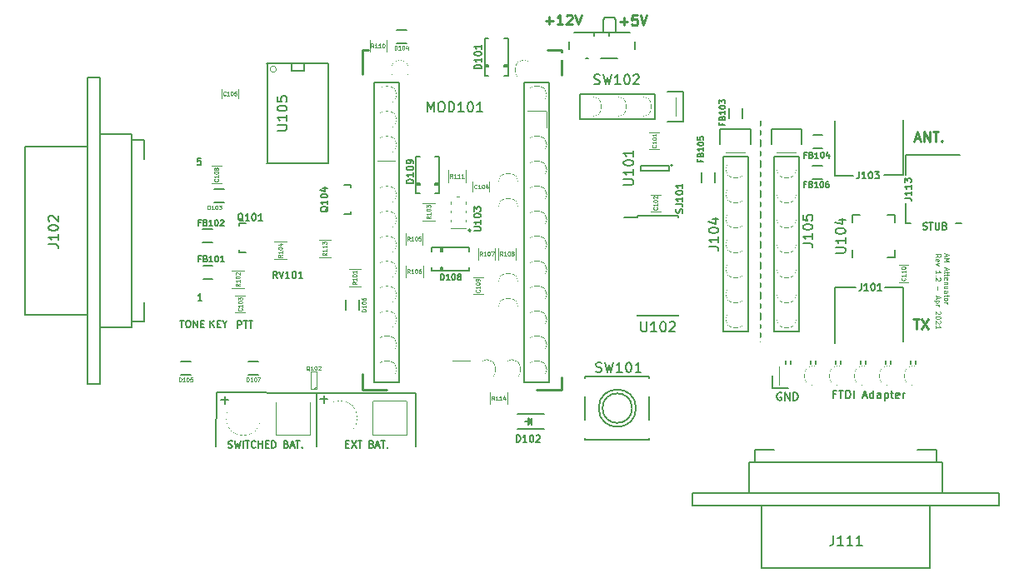
<source format=gto>
G04 #@! TF.GenerationSoftware,KiCad,Pcbnew,(5.1.9-0-10_14)*
G04 #@! TF.CreationDate,2021-05-07T12:36:43-04:00*
G04 #@! TF.ProjectId,Arducon,41726475-636f-46e2-9e6b-696361645f70,rev?*
G04 #@! TF.SameCoordinates,Original*
G04 #@! TF.FileFunction,Legend,Top*
G04 #@! TF.FilePolarity,Positive*
%FSLAX46Y46*%
G04 Gerber Fmt 4.6, Leading zero omitted, Abs format (unit mm)*
G04 Created by KiCad (PCBNEW (5.1.9-0-10_14)) date 2021-05-07 12:36:43*
%MOMM*%
%LPD*%
G01*
G04 APERTURE LIST*
%ADD10C,0.250000*%
%ADD11C,0.200000*%
%ADD12C,0.150000*%
%ADD13C,0.125000*%
%ADD14C,0.175000*%
%ADD15C,0.076200*%
%ADD16C,0.100000*%
%ADD17C,0.050000*%
%ADD18O,2.032000X1.727200*%
%ADD19R,2.032000X1.727200*%
%ADD20O,1.727200X2.032000*%
%ADD21R,0.812800X4.500000*%
%ADD22R,0.760000X4.500000*%
%ADD23R,4.500000X0.812800*%
%ADD24R,4.500000X0.760000*%
%ADD25R,1.778000X4.000000*%
%ADD26C,1.300000*%
%ADD27C,1.000000*%
%ADD28R,1.727200X2.032000*%
%ADD29C,0.500000*%
%ADD30R,0.500000X0.900000*%
%ADD31R,0.551180X0.299720*%
%ADD32R,1.250000X1.250000*%
%ADD33R,1.000000X1.250000*%
%ADD34R,0.700000X1.300000*%
%ADD35R,1.300000X0.700000*%
%ADD36C,5.000000*%
%ADD37R,5.080000X1.778000*%
%ADD38R,3.500120X3.500120*%
%ADD39C,3.500120*%
%ADD40R,2.700000X1.600000*%
%ADD41R,2.500000X1.200000*%
%ADD42R,1.750000X1.300000*%
%ADD43R,0.650000X1.060000*%
%ADD44R,1.500000X0.600000*%
%ADD45R,1.250000X1.000000*%
%ADD46R,0.800100X0.800100*%
%ADD47R,0.800000X0.800000*%
%ADD48R,1.100000X2.000000*%
%ADD49C,0.900000*%
%ADD50R,0.700000X1.500000*%
%ADD51R,1.000000X0.800000*%
%ADD52R,1.198880X1.198880*%
%ADD53R,0.900000X0.500000*%
%ADD54R,2.400000X0.800000*%
%ADD55R,2.400000X0.700000*%
%ADD56R,2.000000X1.100000*%
%ADD57C,0.254000*%
G04 APERTURE END LIST*
D10*
X167618095Y-117382380D02*
X168189523Y-117382380D01*
X167903809Y-118382380D02*
X167903809Y-117382380D01*
X168427619Y-117382380D02*
X169094285Y-118382380D01*
X169094285Y-117382380D02*
X168427619Y-118382380D01*
X167759047Y-99056666D02*
X168235238Y-99056666D01*
X167663809Y-99342380D02*
X167997142Y-98342380D01*
X168330476Y-99342380D01*
X168663809Y-99342380D02*
X168663809Y-98342380D01*
X169235238Y-99342380D01*
X169235238Y-98342380D01*
X169568571Y-98342380D02*
X170140000Y-98342380D01*
X169854285Y-99342380D02*
X169854285Y-98342380D01*
X170473333Y-99247142D02*
X170520952Y-99294761D01*
X170473333Y-99342380D01*
X170425714Y-99294761D01*
X170473333Y-99247142D01*
X170473333Y-99342380D01*
X130208095Y-87071428D02*
X130970000Y-87071428D01*
X130589047Y-87452380D02*
X130589047Y-86690476D01*
X131970000Y-87452380D02*
X131398571Y-87452380D01*
X131684285Y-87452380D02*
X131684285Y-86452380D01*
X131589047Y-86595238D01*
X131493809Y-86690476D01*
X131398571Y-86738095D01*
X132350952Y-86547619D02*
X132398571Y-86500000D01*
X132493809Y-86452380D01*
X132731904Y-86452380D01*
X132827142Y-86500000D01*
X132874761Y-86547619D01*
X132922380Y-86642857D01*
X132922380Y-86738095D01*
X132874761Y-86880952D01*
X132303333Y-87452380D01*
X132922380Y-87452380D01*
X133208095Y-86452380D02*
X133541428Y-87452380D01*
X133874761Y-86452380D01*
X137804285Y-87141428D02*
X138566190Y-87141428D01*
X138185238Y-87522380D02*
X138185238Y-86760476D01*
X139518571Y-86522380D02*
X139042380Y-86522380D01*
X138994761Y-86998571D01*
X139042380Y-86950952D01*
X139137619Y-86903333D01*
X139375714Y-86903333D01*
X139470952Y-86950952D01*
X139518571Y-86998571D01*
X139566190Y-87093809D01*
X139566190Y-87331904D01*
X139518571Y-87427142D01*
X139470952Y-87474761D01*
X139375714Y-87522380D01*
X139137619Y-87522380D01*
X139042380Y-87474761D01*
X138994761Y-87427142D01*
X139851904Y-86522380D02*
X140185238Y-87522380D01*
X140518571Y-86522380D01*
D11*
X159706666Y-125022857D02*
X159440000Y-125022857D01*
X159440000Y-125441904D02*
X159440000Y-124641904D01*
X159820952Y-124641904D01*
X160011428Y-124641904D02*
X160468571Y-124641904D01*
X160240000Y-125441904D02*
X160240000Y-124641904D01*
X160735238Y-125441904D02*
X160735238Y-124641904D01*
X160925714Y-124641904D01*
X161040000Y-124680000D01*
X161116190Y-124756190D01*
X161154285Y-124832380D01*
X161192380Y-124984761D01*
X161192380Y-125099047D01*
X161154285Y-125251428D01*
X161116190Y-125327619D01*
X161040000Y-125403809D01*
X160925714Y-125441904D01*
X160735238Y-125441904D01*
X161535238Y-125441904D02*
X161535238Y-124641904D01*
X162487619Y-125213333D02*
X162868571Y-125213333D01*
X162411428Y-125441904D02*
X162678095Y-124641904D01*
X162944761Y-125441904D01*
X163554285Y-125441904D02*
X163554285Y-124641904D01*
X163554285Y-125403809D02*
X163478095Y-125441904D01*
X163325714Y-125441904D01*
X163249523Y-125403809D01*
X163211428Y-125365714D01*
X163173333Y-125289523D01*
X163173333Y-125060952D01*
X163211428Y-124984761D01*
X163249523Y-124946666D01*
X163325714Y-124908571D01*
X163478095Y-124908571D01*
X163554285Y-124946666D01*
X164278095Y-125441904D02*
X164278095Y-125022857D01*
X164240000Y-124946666D01*
X164163809Y-124908571D01*
X164011428Y-124908571D01*
X163935238Y-124946666D01*
X164278095Y-125403809D02*
X164201904Y-125441904D01*
X164011428Y-125441904D01*
X163935238Y-125403809D01*
X163897142Y-125327619D01*
X163897142Y-125251428D01*
X163935238Y-125175238D01*
X164011428Y-125137142D01*
X164201904Y-125137142D01*
X164278095Y-125099047D01*
X164659047Y-124908571D02*
X164659047Y-125708571D01*
X164659047Y-124946666D02*
X164735238Y-124908571D01*
X164887619Y-124908571D01*
X164963809Y-124946666D01*
X165001904Y-124984761D01*
X165040000Y-125060952D01*
X165040000Y-125289523D01*
X165001904Y-125365714D01*
X164963809Y-125403809D01*
X164887619Y-125441904D01*
X164735238Y-125441904D01*
X164659047Y-125403809D01*
X165268571Y-124908571D02*
X165573333Y-124908571D01*
X165382857Y-124641904D02*
X165382857Y-125327619D01*
X165420952Y-125403809D01*
X165497142Y-125441904D01*
X165573333Y-125441904D01*
X166144761Y-125403809D02*
X166068571Y-125441904D01*
X165916190Y-125441904D01*
X165840000Y-125403809D01*
X165801904Y-125327619D01*
X165801904Y-125022857D01*
X165840000Y-124946666D01*
X165916190Y-124908571D01*
X166068571Y-124908571D01*
X166144761Y-124946666D01*
X166182857Y-125022857D01*
X166182857Y-125099047D01*
X165801904Y-125175238D01*
X166525714Y-125441904D02*
X166525714Y-124908571D01*
X166525714Y-125060952D02*
X166563809Y-124984761D01*
X166601904Y-124946666D01*
X166678095Y-124908571D01*
X166754285Y-124908571D01*
X154180476Y-124910000D02*
X154104285Y-124871904D01*
X153990000Y-124871904D01*
X153875714Y-124910000D01*
X153799523Y-124986190D01*
X153761428Y-125062380D01*
X153723333Y-125214761D01*
X153723333Y-125329047D01*
X153761428Y-125481428D01*
X153799523Y-125557619D01*
X153875714Y-125633809D01*
X153990000Y-125671904D01*
X154066190Y-125671904D01*
X154180476Y-125633809D01*
X154218571Y-125595714D01*
X154218571Y-125329047D01*
X154066190Y-125329047D01*
X154561428Y-125671904D02*
X154561428Y-124871904D01*
X155018571Y-125671904D01*
X155018571Y-124871904D01*
X155399523Y-125671904D02*
X155399523Y-124871904D01*
X155590000Y-124871904D01*
X155704285Y-124910000D01*
X155780476Y-124986190D01*
X155818571Y-125062380D01*
X155856666Y-125214761D01*
X155856666Y-125329047D01*
X155818571Y-125481428D01*
X155780476Y-125557619D01*
X155704285Y-125633809D01*
X155590000Y-125671904D01*
X155399523Y-125671904D01*
X97259047Y-125651428D02*
X98020952Y-125651428D01*
X97640000Y-126032380D02*
X97640000Y-125270476D01*
X107329047Y-125551428D02*
X108090952Y-125551428D01*
X107710000Y-125932380D02*
X107710000Y-125170476D01*
D12*
X152125000Y-119700000D02*
X152125000Y-97250000D01*
D13*
X170851071Y-110796488D02*
X170851071Y-111034583D01*
X170708214Y-110748869D02*
X171208214Y-110915535D01*
X170708214Y-111082202D01*
X170708214Y-111248869D02*
X171208214Y-111248869D01*
X170851071Y-111415535D01*
X171208214Y-111582202D01*
X170708214Y-111582202D01*
X170851071Y-112177440D02*
X170851071Y-112415535D01*
X170708214Y-112129821D02*
X171208214Y-112296488D01*
X170708214Y-112463154D01*
X171041547Y-112558392D02*
X171041547Y-112748869D01*
X171208214Y-112629821D02*
X170779643Y-112629821D01*
X170732024Y-112653630D01*
X170708214Y-112701250D01*
X170708214Y-112748869D01*
X171041547Y-112844107D02*
X171041547Y-113034583D01*
X171208214Y-112915535D02*
X170779643Y-112915535D01*
X170732024Y-112939345D01*
X170708214Y-112986964D01*
X170708214Y-113034583D01*
X170732024Y-113391726D02*
X170708214Y-113344107D01*
X170708214Y-113248869D01*
X170732024Y-113201250D01*
X170779643Y-113177440D01*
X170970119Y-113177440D01*
X171017738Y-113201250D01*
X171041547Y-113248869D01*
X171041547Y-113344107D01*
X171017738Y-113391726D01*
X170970119Y-113415535D01*
X170922500Y-113415535D01*
X170874881Y-113177440D01*
X171041547Y-113629821D02*
X170708214Y-113629821D01*
X170993928Y-113629821D02*
X171017738Y-113653630D01*
X171041547Y-113701250D01*
X171041547Y-113772678D01*
X171017738Y-113820297D01*
X170970119Y-113844107D01*
X170708214Y-113844107D01*
X171041547Y-114296488D02*
X170708214Y-114296488D01*
X171041547Y-114082202D02*
X170779643Y-114082202D01*
X170732024Y-114106011D01*
X170708214Y-114153630D01*
X170708214Y-114225059D01*
X170732024Y-114272678D01*
X170755833Y-114296488D01*
X170708214Y-114748869D02*
X170970119Y-114748869D01*
X171017738Y-114725059D01*
X171041547Y-114677440D01*
X171041547Y-114582202D01*
X171017738Y-114534583D01*
X170732024Y-114748869D02*
X170708214Y-114701250D01*
X170708214Y-114582202D01*
X170732024Y-114534583D01*
X170779643Y-114510773D01*
X170827262Y-114510773D01*
X170874881Y-114534583D01*
X170898690Y-114582202D01*
X170898690Y-114701250D01*
X170922500Y-114748869D01*
X171041547Y-114915535D02*
X171041547Y-115106011D01*
X171208214Y-114986964D02*
X170779643Y-114986964D01*
X170732024Y-115010773D01*
X170708214Y-115058392D01*
X170708214Y-115106011D01*
X170708214Y-115344107D02*
X170732024Y-115296488D01*
X170755833Y-115272678D01*
X170803452Y-115248869D01*
X170946309Y-115248869D01*
X170993928Y-115272678D01*
X171017738Y-115296488D01*
X171041547Y-115344107D01*
X171041547Y-115415535D01*
X171017738Y-115463154D01*
X170993928Y-115486964D01*
X170946309Y-115510773D01*
X170803452Y-115510773D01*
X170755833Y-115486964D01*
X170732024Y-115463154D01*
X170708214Y-115415535D01*
X170708214Y-115344107D01*
X170708214Y-115725059D02*
X171041547Y-115725059D01*
X170946309Y-115725059D02*
X170993928Y-115748869D01*
X171017738Y-115772678D01*
X171041547Y-115820297D01*
X171041547Y-115867916D01*
X169833214Y-111106011D02*
X170071309Y-110939345D01*
X169833214Y-110820297D02*
X170333214Y-110820297D01*
X170333214Y-111010773D01*
X170309405Y-111058392D01*
X170285595Y-111082202D01*
X170237976Y-111106011D01*
X170166547Y-111106011D01*
X170118928Y-111082202D01*
X170095119Y-111058392D01*
X170071309Y-111010773D01*
X170071309Y-110820297D01*
X169857024Y-111510773D02*
X169833214Y-111463154D01*
X169833214Y-111367916D01*
X169857024Y-111320297D01*
X169904643Y-111296488D01*
X170095119Y-111296488D01*
X170142738Y-111320297D01*
X170166547Y-111367916D01*
X170166547Y-111463154D01*
X170142738Y-111510773D01*
X170095119Y-111534583D01*
X170047500Y-111534583D01*
X169999881Y-111296488D01*
X170166547Y-111701250D02*
X169833214Y-111820297D01*
X170166547Y-111939345D01*
X169833214Y-112772678D02*
X169833214Y-112486964D01*
X169833214Y-112629821D02*
X170333214Y-112629821D01*
X170261785Y-112582202D01*
X170214166Y-112534583D01*
X170190357Y-112486964D01*
X169880833Y-112986964D02*
X169857024Y-113010773D01*
X169833214Y-112986964D01*
X169857024Y-112963154D01*
X169880833Y-112986964D01*
X169833214Y-112986964D01*
X170285595Y-113201250D02*
X170309405Y-113225059D01*
X170333214Y-113272678D01*
X170333214Y-113391726D01*
X170309405Y-113439345D01*
X170285595Y-113463154D01*
X170237976Y-113486964D01*
X170190357Y-113486964D01*
X170118928Y-113463154D01*
X169833214Y-113177440D01*
X169833214Y-113486964D01*
X170023690Y-114082202D02*
X170023690Y-114463154D01*
X169976071Y-115058392D02*
X169976071Y-115296488D01*
X169833214Y-115010773D02*
X170333214Y-115177440D01*
X169833214Y-115344107D01*
X170166547Y-115510773D02*
X169666547Y-115510773D01*
X170142738Y-115510773D02*
X170166547Y-115558392D01*
X170166547Y-115653630D01*
X170142738Y-115701250D01*
X170118928Y-115725059D01*
X170071309Y-115748869D01*
X169928452Y-115748869D01*
X169880833Y-115725059D01*
X169857024Y-115701250D01*
X169833214Y-115653630D01*
X169833214Y-115558392D01*
X169857024Y-115510773D01*
X169833214Y-115963154D02*
X170166547Y-115963154D01*
X170071309Y-115963154D02*
X170118928Y-115986964D01*
X170142738Y-116010773D01*
X170166547Y-116058392D01*
X170166547Y-116106011D01*
X170285595Y-116629821D02*
X170309405Y-116653630D01*
X170333214Y-116701250D01*
X170333214Y-116820297D01*
X170309405Y-116867916D01*
X170285595Y-116891726D01*
X170237976Y-116915535D01*
X170190357Y-116915535D01*
X170118928Y-116891726D01*
X169833214Y-116606011D01*
X169833214Y-116915535D01*
X170333214Y-117225059D02*
X170333214Y-117272678D01*
X170309405Y-117320297D01*
X170285595Y-117344107D01*
X170237976Y-117367916D01*
X170142738Y-117391726D01*
X170023690Y-117391726D01*
X169928452Y-117367916D01*
X169880833Y-117344107D01*
X169857024Y-117320297D01*
X169833214Y-117272678D01*
X169833214Y-117225059D01*
X169857024Y-117177440D01*
X169880833Y-117153630D01*
X169928452Y-117129821D01*
X170023690Y-117106011D01*
X170142738Y-117106011D01*
X170237976Y-117129821D01*
X170285595Y-117153630D01*
X170309405Y-117177440D01*
X170333214Y-117225059D01*
X170285595Y-117582202D02*
X170309405Y-117606011D01*
X170333214Y-117653630D01*
X170333214Y-117772678D01*
X170309405Y-117820297D01*
X170285595Y-117844107D01*
X170237976Y-117867916D01*
X170190357Y-117867916D01*
X170118928Y-117844107D01*
X169833214Y-117558392D01*
X169833214Y-117867916D01*
X169833214Y-118344107D02*
X169833214Y-118058392D01*
X169833214Y-118201250D02*
X170333214Y-118201250D01*
X170261785Y-118153630D01*
X170214166Y-118106011D01*
X170190357Y-118058392D01*
D12*
X93075000Y-117541666D02*
X93475000Y-117541666D01*
X93275000Y-118241666D02*
X93275000Y-117541666D01*
X93841666Y-117541666D02*
X93975000Y-117541666D01*
X94041666Y-117575000D01*
X94108333Y-117641666D01*
X94141666Y-117775000D01*
X94141666Y-118008333D01*
X94108333Y-118141666D01*
X94041666Y-118208333D01*
X93975000Y-118241666D01*
X93841666Y-118241666D01*
X93775000Y-118208333D01*
X93708333Y-118141666D01*
X93675000Y-118008333D01*
X93675000Y-117775000D01*
X93708333Y-117641666D01*
X93775000Y-117575000D01*
X93841666Y-117541666D01*
X94441666Y-118241666D02*
X94441666Y-117541666D01*
X94841666Y-118241666D01*
X94841666Y-117541666D01*
X95175000Y-117875000D02*
X95408333Y-117875000D01*
X95508333Y-118241666D02*
X95175000Y-118241666D01*
X95175000Y-117541666D01*
X95508333Y-117541666D01*
X96150000Y-118241666D02*
X96150000Y-117541666D01*
X96550000Y-118241666D02*
X96250000Y-117841666D01*
X96550000Y-117541666D02*
X96150000Y-117941666D01*
X96850000Y-117875000D02*
X97083333Y-117875000D01*
X97183333Y-118241666D02*
X96850000Y-118241666D01*
X96850000Y-117541666D01*
X97183333Y-117541666D01*
X97616666Y-117908333D02*
X97616666Y-118241666D01*
X97383333Y-117541666D02*
X97616666Y-117908333D01*
X97850000Y-117541666D01*
X98933333Y-118291666D02*
X98933333Y-117591666D01*
X99200000Y-117591666D01*
X99266666Y-117625000D01*
X99300000Y-117658333D01*
X99333333Y-117725000D01*
X99333333Y-117825000D01*
X99300000Y-117891666D01*
X99266666Y-117925000D01*
X99200000Y-117958333D01*
X98933333Y-117958333D01*
X99533333Y-117591666D02*
X99933333Y-117591666D01*
X99733333Y-118291666D02*
X99733333Y-117591666D01*
X100066666Y-117591666D02*
X100466666Y-117591666D01*
X100266666Y-118291666D02*
X100266666Y-117591666D01*
X117025000Y-124900000D02*
X117050000Y-130375000D01*
X106950000Y-124900000D02*
X117025000Y-124900000D01*
X106950000Y-124900000D02*
X106950000Y-130375000D01*
X96775000Y-124875000D02*
X106950000Y-124900000D01*
X96750000Y-130375000D02*
X96775000Y-124875000D01*
D14*
X97983333Y-130458333D02*
X98083333Y-130491666D01*
X98250000Y-130491666D01*
X98316666Y-130458333D01*
X98350000Y-130425000D01*
X98383333Y-130358333D01*
X98383333Y-130291666D01*
X98350000Y-130225000D01*
X98316666Y-130191666D01*
X98250000Y-130158333D01*
X98116666Y-130125000D01*
X98050000Y-130091666D01*
X98016666Y-130058333D01*
X97983333Y-129991666D01*
X97983333Y-129925000D01*
X98016666Y-129858333D01*
X98050000Y-129825000D01*
X98116666Y-129791666D01*
X98283333Y-129791666D01*
X98383333Y-129825000D01*
X98616666Y-129791666D02*
X98783333Y-130491666D01*
X98916666Y-129991666D01*
X99050000Y-130491666D01*
X99216666Y-129791666D01*
X99483333Y-130491666D02*
X99483333Y-129791666D01*
X99716666Y-129791666D02*
X100116666Y-129791666D01*
X99916666Y-130491666D02*
X99916666Y-129791666D01*
X100750000Y-130425000D02*
X100716666Y-130458333D01*
X100616666Y-130491666D01*
X100550000Y-130491666D01*
X100450000Y-130458333D01*
X100383333Y-130391666D01*
X100350000Y-130325000D01*
X100316666Y-130191666D01*
X100316666Y-130091666D01*
X100350000Y-129958333D01*
X100383333Y-129891666D01*
X100450000Y-129825000D01*
X100550000Y-129791666D01*
X100616666Y-129791666D01*
X100716666Y-129825000D01*
X100750000Y-129858333D01*
X101050000Y-130491666D02*
X101050000Y-129791666D01*
X101050000Y-130125000D02*
X101450000Y-130125000D01*
X101450000Y-130491666D02*
X101450000Y-129791666D01*
X101783333Y-130125000D02*
X102016666Y-130125000D01*
X102116666Y-130491666D02*
X101783333Y-130491666D01*
X101783333Y-129791666D01*
X102116666Y-129791666D01*
X102416666Y-130491666D02*
X102416666Y-129791666D01*
X102583333Y-129791666D01*
X102683333Y-129825000D01*
X102750000Y-129891666D01*
X102783333Y-129958333D01*
X102816666Y-130091666D01*
X102816666Y-130191666D01*
X102783333Y-130325000D01*
X102750000Y-130391666D01*
X102683333Y-130458333D01*
X102583333Y-130491666D01*
X102416666Y-130491666D01*
X103883333Y-130125000D02*
X103983333Y-130158333D01*
X104016666Y-130191666D01*
X104050000Y-130258333D01*
X104050000Y-130358333D01*
X104016666Y-130425000D01*
X103983333Y-130458333D01*
X103916666Y-130491666D01*
X103650000Y-130491666D01*
X103650000Y-129791666D01*
X103883333Y-129791666D01*
X103950000Y-129825000D01*
X103983333Y-129858333D01*
X104016666Y-129925000D01*
X104016666Y-129991666D01*
X103983333Y-130058333D01*
X103950000Y-130091666D01*
X103883333Y-130125000D01*
X103650000Y-130125000D01*
X104316666Y-130291666D02*
X104650000Y-130291666D01*
X104250000Y-130491666D02*
X104483333Y-129791666D01*
X104716666Y-130491666D01*
X104850000Y-129791666D02*
X105250000Y-129791666D01*
X105050000Y-130491666D02*
X105050000Y-129791666D01*
X105483333Y-130425000D02*
X105516666Y-130458333D01*
X105483333Y-130491666D01*
X105450000Y-130458333D01*
X105483333Y-130425000D01*
X105483333Y-130491666D01*
X109950000Y-130125000D02*
X110183333Y-130125000D01*
X110283333Y-130491666D02*
X109950000Y-130491666D01*
X109950000Y-129791666D01*
X110283333Y-129791666D01*
X110516666Y-129791666D02*
X110983333Y-130491666D01*
X110983333Y-129791666D02*
X110516666Y-130491666D01*
X111150000Y-129791666D02*
X111550000Y-129791666D01*
X111350000Y-130491666D02*
X111350000Y-129791666D01*
X112550000Y-130125000D02*
X112650000Y-130158333D01*
X112683333Y-130191666D01*
X112716666Y-130258333D01*
X112716666Y-130358333D01*
X112683333Y-130425000D01*
X112650000Y-130458333D01*
X112583333Y-130491666D01*
X112316666Y-130491666D01*
X112316666Y-129791666D01*
X112550000Y-129791666D01*
X112616666Y-129825000D01*
X112650000Y-129858333D01*
X112683333Y-129925000D01*
X112683333Y-129991666D01*
X112650000Y-130058333D01*
X112616666Y-130091666D01*
X112550000Y-130125000D01*
X112316666Y-130125000D01*
X112983333Y-130291666D02*
X113316666Y-130291666D01*
X112916666Y-130491666D02*
X113150000Y-129791666D01*
X113383333Y-130491666D01*
X113516666Y-129791666D02*
X113916666Y-129791666D01*
X113716666Y-130491666D02*
X113716666Y-129791666D01*
X114150000Y-130425000D02*
X114183333Y-130458333D01*
X114150000Y-130491666D01*
X114116666Y-130458333D01*
X114150000Y-130425000D01*
X114150000Y-130491666D01*
X95186666Y-101046666D02*
X94853333Y-101046666D01*
X94820000Y-101380000D01*
X94853333Y-101346666D01*
X94920000Y-101313333D01*
X95086666Y-101313333D01*
X95153333Y-101346666D01*
X95186666Y-101380000D01*
X95220000Y-101446666D01*
X95220000Y-101613333D01*
X95186666Y-101680000D01*
X95153333Y-101713333D01*
X95086666Y-101746666D01*
X94920000Y-101746666D01*
X94853333Y-101713333D01*
X94820000Y-101680000D01*
X95300000Y-115506666D02*
X94900000Y-115506666D01*
X95100000Y-115506666D02*
X95100000Y-114806666D01*
X95033333Y-114906666D01*
X94966666Y-114973333D01*
X94900000Y-115006666D01*
D10*
X131850000Y-123290000D02*
X131850000Y-124580000D01*
X129330000Y-124580000D02*
X131850000Y-124580000D01*
X111590000Y-122970000D02*
X111590000Y-124580000D01*
X130380000Y-90050000D02*
X131850000Y-90050000D01*
X111590000Y-124580000D02*
X114080000Y-124590000D01*
X111590000Y-90050000D02*
X112170000Y-90050000D01*
X131850000Y-90050000D02*
X131860000Y-92560000D01*
X111590000Y-90050000D02*
X111590000Y-92540000D01*
D12*
X115365100Y-93335400D02*
X115365100Y-123790000D01*
X115365100Y-123815400D02*
X112825100Y-123815400D01*
X112825100Y-123790000D02*
X112825100Y-93335400D01*
X115365100Y-93335400D02*
X112825100Y-93335400D01*
X130620000Y-93310000D02*
X130620000Y-123790000D01*
X130620000Y-123790000D02*
X128080000Y-123790000D01*
X128080000Y-123790000D02*
X128080000Y-93310000D01*
X130620000Y-93310000D02*
X128080000Y-93310000D01*
X166494000Y-102753000D02*
X164640000Y-102760000D01*
X161510000Y-102800000D02*
X159620000Y-102800000D01*
X159594000Y-102803000D02*
X159594000Y-97250000D01*
X166546000Y-97150000D02*
X166546000Y-102753000D01*
X159620000Y-114220000D02*
X161720000Y-114210000D01*
X164660000Y-114170000D02*
X166520000Y-114170000D01*
X166546000Y-114167000D02*
X166546000Y-119720000D01*
X159594000Y-119820000D02*
X159594000Y-114217000D01*
X167340000Y-107676000D02*
X166847000Y-107676000D01*
X166820000Y-102730000D02*
X166800000Y-100750000D01*
X172450000Y-107676000D02*
X171870000Y-107680000D01*
X166797000Y-100724000D02*
X172350000Y-100724000D01*
X166850000Y-107650000D02*
X166850000Y-105630000D01*
X169279999Y-142747999D02*
X152134999Y-142747999D01*
X151499999Y-131952999D02*
X169914999Y-131952999D01*
X150864999Y-131952999D02*
X151499999Y-131952999D01*
X150864999Y-135127999D02*
X170549999Y-135127999D01*
X145149999Y-135127999D02*
X150864999Y-135127999D01*
X176264999Y-136397999D02*
X145149999Y-136397999D01*
X152134999Y-136397999D02*
X152134999Y-142747999D01*
X145149999Y-135127999D02*
X145149999Y-136397999D01*
X150864999Y-131952999D02*
X150864999Y-135127999D01*
X153404999Y-130682999D02*
X151499999Y-130682999D01*
X151499999Y-130682999D02*
X151499999Y-131952999D01*
X169279999Y-136397999D02*
X169279999Y-142747999D01*
X170549999Y-135127999D02*
X176264999Y-135127999D01*
X176264999Y-135127999D02*
X176264999Y-136397999D01*
X169914999Y-131952999D02*
X170549999Y-131952999D01*
X170549999Y-131952999D02*
X170549999Y-135127999D01*
X168009999Y-130682999D02*
X169914999Y-130682999D01*
X169914999Y-130682999D02*
X169914999Y-131952999D01*
X153310000Y-124450000D02*
X154860000Y-124450000D01*
X153310000Y-123150000D02*
X153310000Y-124450000D01*
X154606000Y-121626000D02*
X154606000Y-122007000D01*
X155114000Y-121626000D02*
X155114000Y-122007000D01*
X157146000Y-121626000D02*
X157146000Y-122007000D01*
X157654000Y-121626000D02*
X157654000Y-122007000D01*
X159686000Y-121626000D02*
X159686000Y-122007000D01*
X160194000Y-121626000D02*
X160194000Y-122007000D01*
X167814000Y-121626000D02*
X167814000Y-122007000D01*
X167306000Y-121626000D02*
X167306000Y-122007000D01*
X165274000Y-121626000D02*
X165274000Y-122007000D01*
X164766000Y-121626000D02*
X164766000Y-122007000D01*
X162734000Y-121626000D02*
X162734000Y-122007000D01*
X162226000Y-121626000D02*
X162226000Y-122007000D01*
X97560000Y-105525000D02*
X96560000Y-105525000D01*
X96560000Y-104175000D02*
X97560000Y-104175000D01*
D15*
X106630000Y-124549160D02*
X106929720Y-124249440D01*
X106330280Y-124549160D02*
X106330280Y-122750840D01*
X106330280Y-122750840D02*
X106929720Y-122750840D01*
X106929720Y-122750840D02*
X106929720Y-124549160D01*
X106929720Y-124549160D02*
X106330280Y-124549160D01*
D12*
X161420000Y-106820000D02*
X162195000Y-106820000D01*
X165720000Y-111120000D02*
X164945000Y-111120000D01*
X165720000Y-106820000D02*
X164945000Y-106820000D01*
X161420000Y-111120000D02*
X161420000Y-110345000D01*
X165720000Y-111120000D02*
X165720000Y-110345000D01*
X165720000Y-106820000D02*
X165720000Y-107595000D01*
X161420000Y-106820000D02*
X161420000Y-107595000D01*
D16*
X123850000Y-113150000D02*
X122850000Y-113150000D01*
X122850000Y-114850000D02*
X123850000Y-114850000D01*
X96270000Y-103560000D02*
X97270000Y-103560000D01*
X97270000Y-101860000D02*
X96270000Y-101860000D01*
X140770000Y-100120000D02*
X141770000Y-100120000D01*
X141770000Y-98420000D02*
X140770000Y-98420000D01*
X141890000Y-104750000D02*
X140890000Y-104750000D01*
X140890000Y-106450000D02*
X141890000Y-106450000D01*
X98700000Y-116740000D02*
X99700000Y-116740000D01*
X99700000Y-115040000D02*
X98700000Y-115040000D01*
X166100000Y-113630000D02*
X167100000Y-113630000D01*
X167100000Y-111930000D02*
X166100000Y-111930000D01*
X118940000Y-107385000D02*
X117740000Y-107385000D01*
X117740000Y-105635000D02*
X118940000Y-105635000D01*
X123365000Y-111370000D02*
X123365000Y-110170000D01*
X125115000Y-110170000D02*
X125115000Y-111370000D01*
X117735000Y-108650000D02*
X117735000Y-109850000D01*
X115985000Y-109850000D02*
X115985000Y-108650000D01*
X117755000Y-111960000D02*
X117755000Y-113160000D01*
X116005000Y-113160000D02*
X116005000Y-111960000D01*
X103880000Y-111295000D02*
X102680000Y-111295000D01*
X102680000Y-109545000D02*
X103880000Y-109545000D01*
X111420000Y-114055000D02*
X110220000Y-114055000D01*
X110220000Y-112305000D02*
X111420000Y-112305000D01*
X99550000Y-114235000D02*
X98350000Y-114235000D01*
X98350000Y-112485000D02*
X99550000Y-112485000D01*
D12*
X77335000Y-117009000D02*
X77335000Y-99864000D01*
X88130000Y-99229000D02*
X88130000Y-117644000D01*
X88130000Y-98594000D02*
X88130000Y-99229000D01*
X84955000Y-98594000D02*
X84955000Y-118279000D01*
X84955000Y-92879000D02*
X84955000Y-98594000D01*
X83685000Y-123994000D02*
X83685000Y-92879000D01*
X83685000Y-99864000D02*
X77335000Y-99864000D01*
X84955000Y-92879000D02*
X83685000Y-92879000D01*
X88130000Y-98594000D02*
X84955000Y-98594000D01*
X89400000Y-101134000D02*
X89400000Y-99229000D01*
X89400000Y-99229000D02*
X88130000Y-99229000D01*
X83685000Y-117009000D02*
X77335000Y-117009000D01*
X84955000Y-118279000D02*
X84955000Y-123994000D01*
X84955000Y-123994000D02*
X83685000Y-123994000D01*
X88130000Y-117644000D02*
X88130000Y-118279000D01*
X88130000Y-118279000D02*
X84955000Y-118279000D01*
X89400000Y-115739000D02*
X89400000Y-117644000D01*
X89400000Y-117644000D02*
X88130000Y-117644000D01*
X139010000Y-126460000D02*
G75*
G03*
X139010000Y-126460000I-1500000J0D01*
G01*
X139410000Y-126460000D02*
G75*
G03*
X139410000Y-126460000I-1900000J0D01*
G01*
X134260000Y-129710000D02*
X140760000Y-129710000D01*
X140760000Y-123210000D02*
X134260000Y-123210000D01*
X140760000Y-125260000D02*
X140760000Y-127660000D01*
X134260000Y-125260000D02*
X134260000Y-127660000D01*
X134260000Y-123210000D02*
X134260000Y-123410000D01*
X134260000Y-129710000D02*
X134260000Y-129510000D01*
X140760000Y-129710000D02*
X140760000Y-129510000D01*
X140760000Y-123210000D02*
X140760000Y-123410000D01*
X143130000Y-101780000D02*
G75*
G03*
X143130000Y-101780000I-100000J0D01*
G01*
X142780000Y-102330000D02*
X142780000Y-101830000D01*
X139880000Y-102330000D02*
X142780000Y-102330000D01*
X139880000Y-101830000D02*
X139880000Y-102330000D01*
X142780000Y-101830000D02*
X139880000Y-101830000D01*
X139555000Y-106935000D02*
X139555000Y-107040000D01*
X143705000Y-106935000D02*
X143705000Y-107040000D01*
X143705000Y-117085000D02*
X143705000Y-116980000D01*
X139555000Y-117085000D02*
X139555000Y-116980000D01*
X139555000Y-106935000D02*
X143705000Y-106935000D01*
X139555000Y-117085000D02*
X143705000Y-117085000D01*
X139555000Y-107040000D02*
X138180000Y-107040000D01*
X147970000Y-98090000D02*
X151070000Y-98090000D01*
X147970000Y-99640000D02*
X147970000Y-98090000D01*
X150790000Y-100910000D02*
X148250000Y-100910000D01*
X151070000Y-98090000D02*
X151070000Y-99640000D01*
X148250000Y-118690000D02*
X148250000Y-100910000D01*
X150790000Y-118690000D02*
X148250000Y-118690000D01*
X150790000Y-100910000D02*
X150790000Y-118690000D01*
X155980000Y-100910000D02*
X155980000Y-118690000D01*
X155980000Y-118690000D02*
X153440000Y-118690000D01*
X153440000Y-118690000D02*
X153440000Y-100910000D01*
X156260000Y-98090000D02*
X156260000Y-99640000D01*
X155980000Y-100910000D02*
X153440000Y-100910000D01*
X153160000Y-99640000D02*
X153160000Y-98090000D01*
X153160000Y-98090000D02*
X156260000Y-98090000D01*
D16*
X112335000Y-90260000D02*
X112335000Y-89060000D01*
X114085000Y-89060000D02*
X114085000Y-90260000D01*
X122810000Y-103450000D02*
X122810000Y-104450000D01*
X124510000Y-104450000D02*
X124510000Y-103450000D01*
X125425000Y-111370000D02*
X125425000Y-110170000D01*
X127175000Y-110170000D02*
X127175000Y-111370000D01*
D12*
X99099760Y-107860840D02*
X99099760Y-107909100D01*
X99800800Y-110659820D02*
X99099760Y-110659820D01*
X99099760Y-110659820D02*
X99099760Y-110410900D01*
X99099760Y-107860840D02*
X99099760Y-107660180D01*
X99099760Y-107660180D02*
X99800800Y-107660180D01*
X117039300Y-104650000D02*
X117439300Y-104650000D01*
X119415300Y-104650000D02*
X119015300Y-104650000D01*
X119415300Y-100900000D02*
X119015300Y-100900000D01*
X117039300Y-100900000D02*
X117439300Y-100900000D01*
X119415300Y-103750000D02*
X119015300Y-103750000D01*
X119015300Y-103750000D02*
X119015300Y-103600000D01*
X119015300Y-103600000D02*
X119415300Y-103600000D01*
X117039300Y-103750000D02*
X117439300Y-103750000D01*
X117439300Y-103750000D02*
X117439300Y-103600000D01*
X117439300Y-103600000D02*
X117039300Y-103600000D01*
X117039300Y-104650000D02*
X117039300Y-100900000D01*
X119415300Y-100900000D02*
X119415300Y-104650000D01*
X110430240Y-106729820D02*
X109729200Y-106729820D01*
X110430240Y-106529160D02*
X110430240Y-106729820D01*
X110430240Y-103730180D02*
X110430240Y-103979100D01*
X109729200Y-103730180D02*
X110430240Y-103730180D01*
X110430240Y-106529160D02*
X110430240Y-106480900D01*
D16*
X122095000Y-102270000D02*
X122095000Y-103470000D01*
X120345000Y-103470000D02*
X120345000Y-102270000D01*
X108370000Y-111115000D02*
X107170000Y-111115000D01*
X107170000Y-109365000D02*
X108370000Y-109365000D01*
D12*
X135190000Y-88585000D02*
X135190000Y-88285000D01*
X136690000Y-88585000D02*
X136690000Y-88285000D01*
X134540000Y-90885000D02*
X134340000Y-90885000D01*
X137340000Y-86985000D02*
X137140000Y-86785000D01*
X136040000Y-86985000D02*
X136240000Y-86785000D01*
X137340000Y-88285000D02*
X137340000Y-86985000D01*
X137140000Y-86785000D02*
X136240000Y-86785000D01*
X136040000Y-86985000D02*
X136040000Y-88285000D01*
X138790000Y-88285000D02*
X133090000Y-88285000D01*
X137540000Y-90885000D02*
X135840000Y-90885000D01*
X139290000Y-89985000D02*
X139290000Y-89185000D01*
X132590000Y-89185000D02*
X132590000Y-89985000D01*
X128450000Y-127470000D02*
X128800000Y-127820000D01*
X128450000Y-128170000D02*
X128450000Y-127470000D01*
X128800000Y-127820000D02*
X128450000Y-128170000D01*
X128450000Y-127820000D02*
X128100000Y-127820000D01*
X128800000Y-128170000D02*
X128800000Y-127470000D01*
X128550000Y-127920000D02*
X128700000Y-127770000D01*
X128550000Y-127670000D02*
X128550000Y-127920000D01*
X130050000Y-128570000D02*
X127350000Y-128570000D01*
X130050000Y-127070000D02*
X127350000Y-127070000D01*
D16*
X124575000Y-126050000D02*
X124575000Y-124850000D01*
X126325000Y-124850000D02*
X126325000Y-126050000D01*
D12*
X141370000Y-94540000D02*
X133750000Y-94540000D01*
X141370000Y-97080000D02*
X133750000Y-97080000D01*
X144190000Y-97360000D02*
X142640000Y-97360000D01*
X133750000Y-94540000D02*
X133750000Y-97080000D01*
X141370000Y-97080000D02*
X141370000Y-94540000D01*
X142640000Y-94260000D02*
X144190000Y-94260000D01*
X144190000Y-94260000D02*
X144190000Y-97360000D01*
X95400000Y-111985000D02*
X96400000Y-111985000D01*
X96400000Y-113335000D02*
X95400000Y-113335000D01*
X96380000Y-109605000D02*
X95380000Y-109605000D01*
X95380000Y-108255000D02*
X96380000Y-108255000D01*
X150205000Y-95970000D02*
X150205000Y-96970000D01*
X148855000Y-96970000D02*
X148855000Y-95970000D01*
X157380000Y-98725000D02*
X158380000Y-98725000D01*
X158380000Y-100075000D02*
X157380000Y-100075000D01*
X147415000Y-102490000D02*
X147415000Y-103490000D01*
X146065000Y-103490000D02*
X146065000Y-102490000D01*
X158330000Y-103155000D02*
X157330000Y-103155000D01*
X157330000Y-101805000D02*
X158330000Y-101805000D01*
D16*
X97290000Y-94000000D02*
X97290000Y-95000000D01*
X98990000Y-95000000D02*
X98990000Y-94000000D01*
D17*
X102861000Y-92001500D02*
G75*
G03*
X102861000Y-92001500I-317500J0D01*
G01*
D12*
X101972000Y-101590000D02*
X101972000Y-91430000D01*
X101908500Y-91430000D02*
X108131500Y-91430000D01*
X108131500Y-91430000D02*
X108131500Y-101590000D01*
X108131500Y-101590000D02*
X101908500Y-101590000D01*
X105655000Y-91430000D02*
X105655000Y-92192000D01*
X105655000Y-92192000D02*
X104385000Y-92192000D01*
X104385000Y-92192000D02*
X104385000Y-91430000D01*
X126415300Y-88900000D02*
X126415300Y-92650000D01*
X124039300Y-92650000D02*
X124039300Y-88900000D01*
X124439300Y-91600000D02*
X124039300Y-91600000D01*
X124439300Y-91750000D02*
X124439300Y-91600000D01*
X124039300Y-91750000D02*
X124439300Y-91750000D01*
X126015300Y-91600000D02*
X126415300Y-91600000D01*
X126015300Y-91750000D02*
X126015300Y-91600000D01*
X126415300Y-91750000D02*
X126015300Y-91750000D01*
X124039300Y-88900000D02*
X124439300Y-88900000D01*
X126415300Y-88900000D02*
X126015300Y-88900000D01*
X126415300Y-92650000D02*
X126015300Y-92650000D01*
X124039300Y-92650000D02*
X124439300Y-92650000D01*
X116070000Y-89375000D02*
X115070000Y-89375000D01*
X115070000Y-88025000D02*
X116070000Y-88025000D01*
X94150000Y-123085000D02*
X93150000Y-123085000D01*
X93150000Y-121735000D02*
X94150000Y-121735000D01*
X111305000Y-115440000D02*
X111305000Y-116440000D01*
X109955000Y-116440000D02*
X109955000Y-115440000D01*
X100020000Y-121755000D02*
X101020000Y-121755000D01*
X101020000Y-123105000D02*
X100020000Y-123105000D01*
X118680000Y-110129300D02*
X118680000Y-110529300D01*
X118680000Y-112505300D02*
X118680000Y-112105300D01*
X122430000Y-112505300D02*
X122430000Y-112105300D01*
X122430000Y-110129300D02*
X122430000Y-110529300D01*
X119580000Y-112505300D02*
X119580000Y-112105300D01*
X119580000Y-112105300D02*
X119730000Y-112105300D01*
X119730000Y-112105300D02*
X119730000Y-112505300D01*
X119580000Y-110129300D02*
X119580000Y-110529300D01*
X119580000Y-110529300D02*
X119730000Y-110529300D01*
X119730000Y-110529300D02*
X119730000Y-110129300D01*
X118680000Y-110129300D02*
X122430000Y-110129300D01*
X122430000Y-112505300D02*
X118680000Y-112505300D01*
D16*
X120600000Y-104940000D02*
X122100000Y-104940000D01*
X122100000Y-108140000D02*
X122100000Y-104940000D01*
X120600000Y-108140000D02*
X122100000Y-108140000D01*
X120600000Y-108140000D02*
X120600000Y-104940000D01*
D10*
X122580711Y-108380000D02*
G75*
G03*
X122580711Y-108380000I-70711J0D01*
G01*
D12*
X126277600Y-114418600D02*
X126582400Y-114418600D01*
X126277600Y-112841400D02*
X126582400Y-112841400D01*
X126582400Y-114418600D02*
G75*
G03*
X126582400Y-112841400I0J788600D01*
G01*
X126277600Y-112841400D02*
G75*
G03*
X126277600Y-114418600I0J-788600D01*
G01*
X126277600Y-116958600D02*
X126582400Y-116958600D01*
X126277600Y-115381400D02*
X126582400Y-115381400D01*
X126582400Y-116958600D02*
G75*
G03*
X126582400Y-115381400I0J788600D01*
G01*
X126277600Y-115381400D02*
G75*
G03*
X126277600Y-116958600I0J-788600D01*
G01*
X126277600Y-106798600D02*
X126582400Y-106798600D01*
X126277600Y-105221400D02*
X126582400Y-105221400D01*
X126582400Y-106798600D02*
G75*
G03*
X126582400Y-105221400I0J788600D01*
G01*
X126277600Y-105221400D02*
G75*
G03*
X126277600Y-106798600I0J-788600D01*
G01*
X126277600Y-104258600D02*
X126582400Y-104258600D01*
X126277600Y-102681400D02*
X126582400Y-102681400D01*
X126582400Y-104258600D02*
G75*
G03*
X126582400Y-102681400I0J788600D01*
G01*
X126277600Y-102681400D02*
G75*
G03*
X126277600Y-104258600I0J-788600D01*
G01*
X129197600Y-123308600D02*
X129502400Y-123308600D01*
X129197600Y-121731400D02*
X129502400Y-121731400D01*
X129502400Y-123308600D02*
G75*
G03*
X129502400Y-121731400I0J788600D01*
G01*
X129197600Y-121731400D02*
G75*
G03*
X129197600Y-123308600I0J-788600D01*
G01*
X129197600Y-120768600D02*
X129502400Y-120768600D01*
X129197600Y-119191400D02*
X129502400Y-119191400D01*
X129502400Y-120768600D02*
G75*
G03*
X129502400Y-119191400I0J788600D01*
G01*
X129197600Y-119191400D02*
G75*
G03*
X129197600Y-120768600I0J-788600D01*
G01*
X113942700Y-123308600D02*
X114247500Y-123308600D01*
X113942700Y-121731400D02*
X114247500Y-121731400D01*
X114247500Y-123308600D02*
G75*
G03*
X114247500Y-121731400I0J788600D01*
G01*
X113942700Y-121731400D02*
G75*
G03*
X113942700Y-123308600I0J-788600D01*
G01*
X113942700Y-120768600D02*
X114247500Y-120768600D01*
X113942700Y-119191400D02*
X114247500Y-119191400D01*
X114247500Y-120768600D02*
G75*
G03*
X114247500Y-119191400I0J788600D01*
G01*
X113942700Y-119191400D02*
G75*
G03*
X113942700Y-120768600I0J-788600D01*
G01*
X129197600Y-118228600D02*
X129502400Y-118228600D01*
X129197600Y-116651400D02*
X129502400Y-116651400D01*
X129502400Y-118228600D02*
G75*
G03*
X129502400Y-116651400I0J788600D01*
G01*
X129197600Y-116651400D02*
G75*
G03*
X129197600Y-118228600I0J-788600D01*
G01*
X129197600Y-115688600D02*
X129502400Y-115688600D01*
X129197600Y-114111400D02*
X129502400Y-114111400D01*
X129502400Y-115688600D02*
G75*
G03*
X129502400Y-114111400I0J788600D01*
G01*
X129197600Y-114111400D02*
G75*
G03*
X129197600Y-115688600I0J-788600D01*
G01*
X129197600Y-113148600D02*
X129502400Y-113148600D01*
X129197600Y-111571400D02*
X129502400Y-111571400D01*
X129502400Y-113148600D02*
G75*
G03*
X129502400Y-111571400I0J788600D01*
G01*
X129197600Y-111571400D02*
G75*
G03*
X129197600Y-113148600I0J-788600D01*
G01*
X129197600Y-110608600D02*
X129502400Y-110608600D01*
X129197600Y-109031400D02*
X129502400Y-109031400D01*
X129502400Y-110608600D02*
G75*
G03*
X129502400Y-109031400I0J788600D01*
G01*
X129197600Y-109031400D02*
G75*
G03*
X129197600Y-110608600I0J-788600D01*
G01*
X129197600Y-108068600D02*
X129502400Y-108068600D01*
X129197600Y-106491400D02*
X129502400Y-106491400D01*
X129502400Y-108068600D02*
G75*
G03*
X129502400Y-106491400I0J788600D01*
G01*
X129197600Y-106491400D02*
G75*
G03*
X129197600Y-108068600I0J-788600D01*
G01*
X129197600Y-105528600D02*
X129502400Y-105528600D01*
X129197600Y-103951400D02*
X129502400Y-103951400D01*
X129502400Y-105528600D02*
G75*
G03*
X129502400Y-103951400I0J788600D01*
G01*
X129197600Y-103951400D02*
G75*
G03*
X129197600Y-105528600I0J-788600D01*
G01*
X129197600Y-102988600D02*
X129502400Y-102988600D01*
X129197600Y-101411400D02*
X129502400Y-101411400D01*
X129502400Y-102988600D02*
G75*
G03*
X129502400Y-101411400I0J788600D01*
G01*
X129197600Y-101411400D02*
G75*
G03*
X129197600Y-102988600I0J-788600D01*
G01*
X129197600Y-100448600D02*
X129502400Y-100448600D01*
X129197600Y-98871400D02*
X129502400Y-98871400D01*
X129502400Y-100448600D02*
G75*
G03*
X129502400Y-98871400I0J788600D01*
G01*
X129197600Y-98871400D02*
G75*
G03*
X129197600Y-100448600I0J-788600D01*
G01*
X128409000Y-96331400D02*
X128409000Y-97908600D01*
X130291000Y-97908600D01*
X130291000Y-96331400D01*
X128409000Y-96331400D01*
X129187600Y-95368600D02*
X129492400Y-95368600D01*
X129187600Y-93791400D02*
X129492400Y-93791400D01*
X129492400Y-95368600D02*
G75*
G03*
X129492400Y-93791400I0J788600D01*
G01*
X129187600Y-93791400D02*
G75*
G03*
X129187600Y-95368600I0J-788600D01*
G01*
X113942700Y-118254000D02*
X114247500Y-118254000D01*
X113942700Y-116676800D02*
X114247500Y-116676800D01*
X114247500Y-118254000D02*
G75*
G03*
X114247500Y-116676800I0J788600D01*
G01*
X113942700Y-116676800D02*
G75*
G03*
X113942700Y-118254000I0J-788600D01*
G01*
X113942700Y-115714000D02*
X114247500Y-115714000D01*
X113942700Y-114136800D02*
X114247500Y-114136800D01*
X114247500Y-115714000D02*
G75*
G03*
X114247500Y-114136800I0J788600D01*
G01*
X113942700Y-114136800D02*
G75*
G03*
X113942700Y-115714000I0J-788600D01*
G01*
X113942700Y-113174000D02*
X114247500Y-113174000D01*
X113942700Y-111596800D02*
X114247500Y-111596800D01*
X114247500Y-113174000D02*
G75*
G03*
X114247500Y-111596800I0J788600D01*
G01*
X113942700Y-111596800D02*
G75*
G03*
X113942700Y-113174000I0J-788600D01*
G01*
X113942700Y-110634000D02*
X114247500Y-110634000D01*
X113942700Y-109056800D02*
X114247500Y-109056800D01*
X114247500Y-110634000D02*
G75*
G03*
X114247500Y-109056800I0J788600D01*
G01*
X113942700Y-109056800D02*
G75*
G03*
X113942700Y-110634000I0J-788600D01*
G01*
X113942700Y-108094000D02*
X114247500Y-108094000D01*
X113942700Y-106516800D02*
X114247500Y-106516800D01*
X114247500Y-108094000D02*
G75*
G03*
X114247500Y-106516800I0J788600D01*
G01*
X113942700Y-106516800D02*
G75*
G03*
X113942700Y-108094000I0J-788600D01*
G01*
X113942700Y-105554000D02*
X114247500Y-105554000D01*
X113942700Y-103976800D02*
X114247500Y-103976800D01*
X114247500Y-105554000D02*
G75*
G03*
X114247500Y-103976800I0J788600D01*
G01*
X113942700Y-103976800D02*
G75*
G03*
X113942700Y-105554000I0J-788600D01*
G01*
X113154100Y-101436800D02*
X113154100Y-103014000D01*
X115036100Y-103014000D01*
X115036100Y-101436800D01*
X113154100Y-101436800D01*
X113942700Y-100474000D02*
X114247500Y-100474000D01*
X113942700Y-98896800D02*
X114247500Y-98896800D01*
X114247500Y-100474000D02*
G75*
G03*
X114247500Y-98896800I0J788600D01*
G01*
X113942700Y-98896800D02*
G75*
G03*
X113942700Y-100474000I0J-788600D01*
G01*
X113942700Y-97934000D02*
X114247500Y-97934000D01*
X113942700Y-96356800D02*
X114247500Y-96356800D01*
X114247500Y-97934000D02*
G75*
G03*
X114247500Y-96356800I0J788600D01*
G01*
X113942700Y-96356800D02*
G75*
G03*
X113942700Y-97934000I0J-788600D01*
G01*
X113947600Y-95394000D02*
X114252400Y-95394000D01*
X113947600Y-93816800D02*
X114252400Y-93816800D01*
X114252400Y-95394000D02*
G75*
G03*
X114252400Y-93816800I0J788600D01*
G01*
X113947600Y-93816800D02*
G75*
G03*
X113947600Y-95394000I0J-788600D01*
G01*
X128801450Y-92217550D02*
X128801450Y-91912750D01*
X127224250Y-92217550D02*
X127224250Y-91912750D01*
X128801450Y-91912750D02*
G75*
G03*
X127224250Y-91912750I-788600J0D01*
G01*
X127224250Y-92217550D02*
G75*
G03*
X128801450Y-92217550I788600J0D01*
G01*
X116215450Y-92217550D02*
X116215450Y-91912750D01*
X114638250Y-92217550D02*
X114638250Y-91912750D01*
X116215450Y-91912750D02*
G75*
G03*
X114638250Y-91912750I-788600J0D01*
G01*
X114638250Y-92217550D02*
G75*
G03*
X116215450Y-92217550I788600J0D01*
G01*
X126021400Y-122367600D02*
X126021400Y-122672400D01*
X127598600Y-122367600D02*
X127598600Y-122672400D01*
X126021400Y-122672400D02*
G75*
G03*
X127598600Y-122672400I788600J0D01*
G01*
X127598600Y-122367600D02*
G75*
G03*
X126021400Y-122367600I-788600J0D01*
G01*
X123481400Y-122367600D02*
X123481400Y-122672400D01*
X125058600Y-122367600D02*
X125058600Y-122672400D01*
X123481400Y-122672400D02*
G75*
G03*
X125058600Y-122672400I788600J0D01*
G01*
X125058600Y-122367600D02*
G75*
G03*
X123481400Y-122367600I-788600J0D01*
G01*
X120779000Y-121731400D02*
X120779000Y-123308600D01*
X122661000Y-123308600D01*
X122661000Y-121731400D01*
X120779000Y-121731400D01*
X168348600Y-123302400D02*
X168348600Y-122997600D01*
X166771400Y-123302400D02*
X166771400Y-122997600D01*
X168348600Y-122997600D02*
G75*
G03*
X166771400Y-122997600I-788600J0D01*
G01*
X166771400Y-123302400D02*
G75*
G03*
X168348600Y-123302400I788600J0D01*
G01*
X165808600Y-123302400D02*
X165808600Y-122997600D01*
X164231400Y-123302400D02*
X164231400Y-122997600D01*
X165808600Y-122997600D02*
G75*
G03*
X164231400Y-122997600I-788600J0D01*
G01*
X164231400Y-123302400D02*
G75*
G03*
X165808600Y-123302400I788600J0D01*
G01*
X163268600Y-123302400D02*
X163268600Y-122997600D01*
X161691400Y-123302400D02*
X161691400Y-122997600D01*
X163268600Y-122997600D02*
G75*
G03*
X161691400Y-122997600I-788600J0D01*
G01*
X161691400Y-123302400D02*
G75*
G03*
X163268600Y-123302400I788600J0D01*
G01*
X160728600Y-123302400D02*
X160728600Y-122997600D01*
X159151400Y-123302400D02*
X159151400Y-122997600D01*
X160728600Y-122997600D02*
G75*
G03*
X159151400Y-122997600I-788600J0D01*
G01*
X159151400Y-123302400D02*
G75*
G03*
X160728600Y-123302400I788600J0D01*
G01*
X158188600Y-123302400D02*
X158188600Y-122997600D01*
X156611400Y-123302400D02*
X156611400Y-122997600D01*
X158188600Y-122997600D02*
G75*
G03*
X156611400Y-122997600I-788600J0D01*
G01*
X156611400Y-123302400D02*
G75*
G03*
X158188600Y-123302400I788600J0D01*
G01*
X154071400Y-122209000D02*
X154071400Y-124091000D01*
X155648600Y-124091000D01*
X155648600Y-122209000D01*
X154071400Y-122209000D01*
X102904940Y-125824940D02*
X102904940Y-129175060D01*
X106255060Y-129175060D01*
X106255060Y-125824940D01*
X102904940Y-125824940D01*
X101175060Y-127500000D02*
G75*
G03*
X101175060Y-127500000I-1675060J0D01*
G01*
X148579000Y-98851400D02*
X148579000Y-100428600D01*
X150461000Y-100428600D01*
X150461000Y-98851400D01*
X148579000Y-98851400D01*
X149367600Y-102968600D02*
X149672400Y-102968600D01*
X149367600Y-101391400D02*
X149672400Y-101391400D01*
X149672400Y-102968600D02*
G75*
G03*
X149672400Y-101391400I0J788600D01*
G01*
X149367600Y-101391400D02*
G75*
G03*
X149367600Y-102968600I0J-788600D01*
G01*
X149367600Y-105508600D02*
X149672400Y-105508600D01*
X149367600Y-103931400D02*
X149672400Y-103931400D01*
X149672400Y-105508600D02*
G75*
G03*
X149672400Y-103931400I0J788600D01*
G01*
X149367600Y-103931400D02*
G75*
G03*
X149367600Y-105508600I0J-788600D01*
G01*
X149367600Y-108048600D02*
X149672400Y-108048600D01*
X149367600Y-106471400D02*
X149672400Y-106471400D01*
X149672400Y-108048600D02*
G75*
G03*
X149672400Y-106471400I0J788600D01*
G01*
X149367600Y-106471400D02*
G75*
G03*
X149367600Y-108048600I0J-788600D01*
G01*
X149367600Y-110588600D02*
X149672400Y-110588600D01*
X149367600Y-109011400D02*
X149672400Y-109011400D01*
X149672400Y-110588600D02*
G75*
G03*
X149672400Y-109011400I0J788600D01*
G01*
X149367600Y-109011400D02*
G75*
G03*
X149367600Y-110588600I0J-788600D01*
G01*
X149367600Y-113128600D02*
X149672400Y-113128600D01*
X149367600Y-111551400D02*
X149672400Y-111551400D01*
X149672400Y-113128600D02*
G75*
G03*
X149672400Y-111551400I0J788600D01*
G01*
X149367600Y-111551400D02*
G75*
G03*
X149367600Y-113128600I0J-788600D01*
G01*
X149367600Y-115668600D02*
X149672400Y-115668600D01*
X149367600Y-114091400D02*
X149672400Y-114091400D01*
X149672400Y-115668600D02*
G75*
G03*
X149672400Y-114091400I0J788600D01*
G01*
X149367600Y-114091400D02*
G75*
G03*
X149367600Y-115668600I0J-788600D01*
G01*
X149367600Y-118208600D02*
X149672400Y-118208600D01*
X149367600Y-116631400D02*
X149672400Y-116631400D01*
X149672400Y-118208600D02*
G75*
G03*
X149672400Y-116631400I0J788600D01*
G01*
X149367600Y-116631400D02*
G75*
G03*
X149367600Y-118208600I0J-788600D01*
G01*
X154557600Y-118208600D02*
X154862400Y-118208600D01*
X154557600Y-116631400D02*
X154862400Y-116631400D01*
X154862400Y-118208600D02*
G75*
G03*
X154862400Y-116631400I0J788600D01*
G01*
X154557600Y-116631400D02*
G75*
G03*
X154557600Y-118208600I0J-788600D01*
G01*
X154557600Y-115668600D02*
X154862400Y-115668600D01*
X154557600Y-114091400D02*
X154862400Y-114091400D01*
X154862400Y-115668600D02*
G75*
G03*
X154862400Y-114091400I0J788600D01*
G01*
X154557600Y-114091400D02*
G75*
G03*
X154557600Y-115668600I0J-788600D01*
G01*
X154557600Y-113128600D02*
X154862400Y-113128600D01*
X154557600Y-111551400D02*
X154862400Y-111551400D01*
X154862400Y-113128600D02*
G75*
G03*
X154862400Y-111551400I0J788600D01*
G01*
X154557600Y-111551400D02*
G75*
G03*
X154557600Y-113128600I0J-788600D01*
G01*
X154557600Y-110588600D02*
X154862400Y-110588600D01*
X154557600Y-109011400D02*
X154862400Y-109011400D01*
X154862400Y-110588600D02*
G75*
G03*
X154862400Y-109011400I0J788600D01*
G01*
X154557600Y-109011400D02*
G75*
G03*
X154557600Y-110588600I0J-788600D01*
G01*
X154557600Y-108048600D02*
X154862400Y-108048600D01*
X154557600Y-106471400D02*
X154862400Y-106471400D01*
X154862400Y-108048600D02*
G75*
G03*
X154862400Y-106471400I0J788600D01*
G01*
X154557600Y-106471400D02*
G75*
G03*
X154557600Y-108048600I0J-788600D01*
G01*
X154557600Y-105508600D02*
X154862400Y-105508600D01*
X154557600Y-103931400D02*
X154862400Y-103931400D01*
X154862400Y-105508600D02*
G75*
G03*
X154862400Y-103931400I0J788600D01*
G01*
X154557600Y-103931400D02*
G75*
G03*
X154557600Y-105508600I0J-788600D01*
G01*
X154557600Y-102968600D02*
X154862400Y-102968600D01*
X154557600Y-101391400D02*
X154862400Y-101391400D01*
X154862400Y-102968600D02*
G75*
G03*
X154862400Y-101391400I0J788600D01*
G01*
X154557600Y-101391400D02*
G75*
G03*
X154557600Y-102968600I0J-788600D01*
G01*
X153769000Y-98851400D02*
X153769000Y-100428600D01*
X155651000Y-100428600D01*
X155651000Y-98851400D01*
X153769000Y-98851400D01*
X112754940Y-125774940D02*
X112754940Y-129125060D01*
X116105060Y-129125060D01*
X116105060Y-125774940D01*
X112754940Y-125774940D01*
X111025060Y-127450000D02*
G75*
G03*
X111025060Y-127450000I-1675060J0D01*
G01*
X141851400Y-94869000D02*
X141851400Y-96751000D01*
X143428600Y-96751000D01*
X143428600Y-94869000D01*
X141851400Y-94869000D01*
X139311400Y-95657600D02*
X139311400Y-95962400D01*
X140888600Y-95657600D02*
X140888600Y-95962400D01*
X139311400Y-95962400D02*
G75*
G03*
X140888600Y-95962400I788600J0D01*
G01*
X140888600Y-95657600D02*
G75*
G03*
X139311400Y-95657600I-788600J0D01*
G01*
X136771400Y-95657600D02*
X136771400Y-95962400D01*
X138348600Y-95657600D02*
X138348600Y-95962400D01*
X136771400Y-95962400D02*
G75*
G03*
X138348600Y-95962400I788600J0D01*
G01*
X138348600Y-95657600D02*
G75*
G03*
X136771400Y-95657600I-788600J0D01*
G01*
X134231400Y-95657600D02*
X134231400Y-95962400D01*
X135808600Y-95657600D02*
X135808600Y-95962400D01*
X134231400Y-95962400D02*
G75*
G03*
X135808600Y-95962400I788600J0D01*
G01*
X135808600Y-95657600D02*
G75*
G03*
X134231400Y-95657600I-788600J0D01*
G01*
X118204285Y-96322380D02*
X118204285Y-95322380D01*
X118537619Y-96036666D01*
X118870952Y-95322380D01*
X118870952Y-96322380D01*
X119537619Y-95322380D02*
X119728095Y-95322380D01*
X119823333Y-95370000D01*
X119918571Y-95465238D01*
X119966190Y-95655714D01*
X119966190Y-95989047D01*
X119918571Y-96179523D01*
X119823333Y-96274761D01*
X119728095Y-96322380D01*
X119537619Y-96322380D01*
X119442380Y-96274761D01*
X119347142Y-96179523D01*
X119299523Y-95989047D01*
X119299523Y-95655714D01*
X119347142Y-95465238D01*
X119442380Y-95370000D01*
X119537619Y-95322380D01*
X120394761Y-96322380D02*
X120394761Y-95322380D01*
X120632857Y-95322380D01*
X120775714Y-95370000D01*
X120870952Y-95465238D01*
X120918571Y-95560476D01*
X120966190Y-95750952D01*
X120966190Y-95893809D01*
X120918571Y-96084285D01*
X120870952Y-96179523D01*
X120775714Y-96274761D01*
X120632857Y-96322380D01*
X120394761Y-96322380D01*
X121918571Y-96322380D02*
X121347142Y-96322380D01*
X121632857Y-96322380D02*
X121632857Y-95322380D01*
X121537619Y-95465238D01*
X121442380Y-95560476D01*
X121347142Y-95608095D01*
X122537619Y-95322380D02*
X122632857Y-95322380D01*
X122728095Y-95370000D01*
X122775714Y-95417619D01*
X122823333Y-95512857D01*
X122870952Y-95703333D01*
X122870952Y-95941428D01*
X122823333Y-96131904D01*
X122775714Y-96227142D01*
X122728095Y-96274761D01*
X122632857Y-96322380D01*
X122537619Y-96322380D01*
X122442380Y-96274761D01*
X122394761Y-96227142D01*
X122347142Y-96131904D01*
X122299523Y-95941428D01*
X122299523Y-95703333D01*
X122347142Y-95512857D01*
X122394761Y-95417619D01*
X122442380Y-95370000D01*
X122537619Y-95322380D01*
X123823333Y-96322380D02*
X123251904Y-96322380D01*
X123537619Y-96322380D02*
X123537619Y-95322380D01*
X123442380Y-95465238D01*
X123347142Y-95560476D01*
X123251904Y-95608095D01*
X162080000Y-102426666D02*
X162080000Y-102926666D01*
X162046666Y-103026666D01*
X161980000Y-103093333D01*
X161880000Y-103126666D01*
X161813333Y-103126666D01*
X162780000Y-103126666D02*
X162380000Y-103126666D01*
X162580000Y-103126666D02*
X162580000Y-102426666D01*
X162513333Y-102526666D01*
X162446666Y-102593333D01*
X162380000Y-102626666D01*
X163213333Y-102426666D02*
X163280000Y-102426666D01*
X163346666Y-102460000D01*
X163380000Y-102493333D01*
X163413333Y-102560000D01*
X163446666Y-102693333D01*
X163446666Y-102860000D01*
X163413333Y-102993333D01*
X163380000Y-103060000D01*
X163346666Y-103093333D01*
X163280000Y-103126666D01*
X163213333Y-103126666D01*
X163146666Y-103093333D01*
X163113333Y-103060000D01*
X163080000Y-102993333D01*
X163046666Y-102860000D01*
X163046666Y-102693333D01*
X163080000Y-102560000D01*
X163113333Y-102493333D01*
X163146666Y-102460000D01*
X163213333Y-102426666D01*
X163680000Y-102426666D02*
X164113333Y-102426666D01*
X163880000Y-102693333D01*
X163980000Y-102693333D01*
X164046666Y-102726666D01*
X164080000Y-102760000D01*
X164113333Y-102826666D01*
X164113333Y-102993333D01*
X164080000Y-103060000D01*
X164046666Y-103093333D01*
X163980000Y-103126666D01*
X163780000Y-103126666D01*
X163713333Y-103093333D01*
X163680000Y-103060000D01*
X162320000Y-113776666D02*
X162320000Y-114276666D01*
X162286666Y-114376666D01*
X162220000Y-114443333D01*
X162120000Y-114476666D01*
X162053333Y-114476666D01*
X163020000Y-114476666D02*
X162620000Y-114476666D01*
X162820000Y-114476666D02*
X162820000Y-113776666D01*
X162753333Y-113876666D01*
X162686666Y-113943333D01*
X162620000Y-113976666D01*
X163453333Y-113776666D02*
X163520000Y-113776666D01*
X163586666Y-113810000D01*
X163620000Y-113843333D01*
X163653333Y-113910000D01*
X163686666Y-114043333D01*
X163686666Y-114210000D01*
X163653333Y-114343333D01*
X163620000Y-114410000D01*
X163586666Y-114443333D01*
X163520000Y-114476666D01*
X163453333Y-114476666D01*
X163386666Y-114443333D01*
X163353333Y-114410000D01*
X163320000Y-114343333D01*
X163286666Y-114210000D01*
X163286666Y-114043333D01*
X163320000Y-113910000D01*
X163353333Y-113843333D01*
X163386666Y-113810000D01*
X163453333Y-113776666D01*
X164353333Y-114476666D02*
X163953333Y-114476666D01*
X164153333Y-114476666D02*
X164153333Y-113776666D01*
X164086666Y-113876666D01*
X164020000Y-113943333D01*
X163953333Y-113976666D01*
X166696666Y-105120000D02*
X167196666Y-105120000D01*
X167296666Y-105153333D01*
X167363333Y-105220000D01*
X167396666Y-105320000D01*
X167396666Y-105386666D01*
X167396666Y-104420000D02*
X167396666Y-104820000D01*
X167396666Y-104620000D02*
X166696666Y-104620000D01*
X166796666Y-104686666D01*
X166863333Y-104753333D01*
X166896666Y-104820000D01*
X167396666Y-103753333D02*
X167396666Y-104153333D01*
X167396666Y-103953333D02*
X166696666Y-103953333D01*
X166796666Y-104020000D01*
X166863333Y-104086666D01*
X166896666Y-104153333D01*
X166696666Y-103520000D02*
X166696666Y-103086666D01*
X166963333Y-103320000D01*
X166963333Y-103220000D01*
X166996666Y-103153333D01*
X167030000Y-103120000D01*
X167096666Y-103086666D01*
X167263333Y-103086666D01*
X167330000Y-103120000D01*
X167363333Y-103153333D01*
X167396666Y-103220000D01*
X167396666Y-103420000D01*
X167363333Y-103486666D01*
X167330000Y-103520000D01*
X168596666Y-108273333D02*
X168696666Y-108306666D01*
X168863333Y-108306666D01*
X168930000Y-108273333D01*
X168963333Y-108240000D01*
X168996666Y-108173333D01*
X168996666Y-108106666D01*
X168963333Y-108040000D01*
X168930000Y-108006666D01*
X168863333Y-107973333D01*
X168730000Y-107940000D01*
X168663333Y-107906666D01*
X168630000Y-107873333D01*
X168596666Y-107806666D01*
X168596666Y-107740000D01*
X168630000Y-107673333D01*
X168663333Y-107640000D01*
X168730000Y-107606666D01*
X168896666Y-107606666D01*
X168996666Y-107640000D01*
X169196666Y-107606666D02*
X169596666Y-107606666D01*
X169396666Y-108306666D02*
X169396666Y-107606666D01*
X169830000Y-107606666D02*
X169830000Y-108173333D01*
X169863333Y-108240000D01*
X169896666Y-108273333D01*
X169963333Y-108306666D01*
X170096666Y-108306666D01*
X170163333Y-108273333D01*
X170196666Y-108240000D01*
X170230000Y-108173333D01*
X170230000Y-107606666D01*
X170796666Y-107940000D02*
X170896666Y-107973333D01*
X170930000Y-108006666D01*
X170963333Y-108073333D01*
X170963333Y-108173333D01*
X170930000Y-108240000D01*
X170896666Y-108273333D01*
X170830000Y-108306666D01*
X170563333Y-108306666D01*
X170563333Y-107606666D01*
X170796666Y-107606666D01*
X170863333Y-107640000D01*
X170896666Y-107673333D01*
X170930000Y-107740000D01*
X170930000Y-107806666D01*
X170896666Y-107873333D01*
X170863333Y-107906666D01*
X170796666Y-107940000D01*
X170563333Y-107940000D01*
X159485284Y-139406379D02*
X159485284Y-140120665D01*
X159437665Y-140263522D01*
X159342427Y-140358760D01*
X159199570Y-140406379D01*
X159104332Y-140406379D01*
X160485284Y-140406379D02*
X159913856Y-140406379D01*
X160199570Y-140406379D02*
X160199570Y-139406379D01*
X160104332Y-139549237D01*
X160009094Y-139644475D01*
X159913856Y-139692094D01*
X161437665Y-140406379D02*
X160866237Y-140406379D01*
X161151951Y-140406379D02*
X161151951Y-139406379D01*
X161056713Y-139549237D01*
X160961475Y-139644475D01*
X160866237Y-139692094D01*
X162390046Y-140406379D02*
X161818618Y-140406379D01*
X162104332Y-140406379D02*
X162104332Y-139406379D01*
X162009094Y-139549237D01*
X161913856Y-139644475D01*
X161818618Y-139692094D01*
D16*
X95903809Y-106250952D02*
X95903809Y-105850952D01*
X95999047Y-105850952D01*
X96056190Y-105870000D01*
X96094285Y-105908095D01*
X96113333Y-105946190D01*
X96132380Y-106022380D01*
X96132380Y-106079523D01*
X96113333Y-106155714D01*
X96094285Y-106193809D01*
X96056190Y-106231904D01*
X95999047Y-106250952D01*
X95903809Y-106250952D01*
X96513333Y-106250952D02*
X96284761Y-106250952D01*
X96399047Y-106250952D02*
X96399047Y-105850952D01*
X96360952Y-105908095D01*
X96322857Y-105946190D01*
X96284761Y-105965238D01*
X96760952Y-105850952D02*
X96799047Y-105850952D01*
X96837142Y-105870000D01*
X96856190Y-105889047D01*
X96875238Y-105927142D01*
X96894285Y-106003333D01*
X96894285Y-106098571D01*
X96875238Y-106174761D01*
X96856190Y-106212857D01*
X96837142Y-106231904D01*
X96799047Y-106250952D01*
X96760952Y-106250952D01*
X96722857Y-106231904D01*
X96703809Y-106212857D01*
X96684761Y-106174761D01*
X96665714Y-106098571D01*
X96665714Y-106003333D01*
X96684761Y-105927142D01*
X96703809Y-105889047D01*
X96722857Y-105870000D01*
X96760952Y-105850952D01*
X97027619Y-105850952D02*
X97275238Y-105850952D01*
X97141904Y-106003333D01*
X97199047Y-106003333D01*
X97237142Y-106022380D01*
X97256190Y-106041428D01*
X97275238Y-106079523D01*
X97275238Y-106174761D01*
X97256190Y-106212857D01*
X97237142Y-106231904D01*
X97199047Y-106250952D01*
X97084761Y-106250952D01*
X97046666Y-106231904D01*
X97027619Y-106212857D01*
D15*
X106220952Y-122619047D02*
X106182857Y-122600000D01*
X106144761Y-122561904D01*
X106087619Y-122504761D01*
X106049523Y-122485714D01*
X106011428Y-122485714D01*
X106030476Y-122580952D02*
X105992380Y-122561904D01*
X105954285Y-122523809D01*
X105935238Y-122447619D01*
X105935238Y-122314285D01*
X105954285Y-122238095D01*
X105992380Y-122200000D01*
X106030476Y-122180952D01*
X106106666Y-122180952D01*
X106144761Y-122200000D01*
X106182857Y-122238095D01*
X106201904Y-122314285D01*
X106201904Y-122447619D01*
X106182857Y-122523809D01*
X106144761Y-122561904D01*
X106106666Y-122580952D01*
X106030476Y-122580952D01*
X106582857Y-122580952D02*
X106354285Y-122580952D01*
X106468571Y-122580952D02*
X106468571Y-122180952D01*
X106430476Y-122238095D01*
X106392380Y-122276190D01*
X106354285Y-122295238D01*
X106830476Y-122180952D02*
X106868571Y-122180952D01*
X106906666Y-122200000D01*
X106925714Y-122219047D01*
X106944761Y-122257142D01*
X106963809Y-122333333D01*
X106963809Y-122428571D01*
X106944761Y-122504761D01*
X106925714Y-122542857D01*
X106906666Y-122561904D01*
X106868571Y-122580952D01*
X106830476Y-122580952D01*
X106792380Y-122561904D01*
X106773333Y-122542857D01*
X106754285Y-122504761D01*
X106735238Y-122428571D01*
X106735238Y-122333333D01*
X106754285Y-122257142D01*
X106773333Y-122219047D01*
X106792380Y-122200000D01*
X106830476Y-122180952D01*
X107116190Y-122219047D02*
X107135238Y-122200000D01*
X107173333Y-122180952D01*
X107268571Y-122180952D01*
X107306666Y-122200000D01*
X107325714Y-122219047D01*
X107344761Y-122257142D01*
X107344761Y-122295238D01*
X107325714Y-122352380D01*
X107097142Y-122580952D01*
X107344761Y-122580952D01*
D12*
X159692380Y-110684285D02*
X160501904Y-110684285D01*
X160597142Y-110636666D01*
X160644761Y-110589047D01*
X160692380Y-110493809D01*
X160692380Y-110303333D01*
X160644761Y-110208095D01*
X160597142Y-110160476D01*
X160501904Y-110112857D01*
X159692380Y-110112857D01*
X160692380Y-109112857D02*
X160692380Y-109684285D01*
X160692380Y-109398571D02*
X159692380Y-109398571D01*
X159835238Y-109493809D01*
X159930476Y-109589047D01*
X159978095Y-109684285D01*
X159692380Y-108493809D02*
X159692380Y-108398571D01*
X159740000Y-108303333D01*
X159787619Y-108255714D01*
X159882857Y-108208095D01*
X160073333Y-108160476D01*
X160311428Y-108160476D01*
X160501904Y-108208095D01*
X160597142Y-108255714D01*
X160644761Y-108303333D01*
X160692380Y-108398571D01*
X160692380Y-108493809D01*
X160644761Y-108589047D01*
X160597142Y-108636666D01*
X160501904Y-108684285D01*
X160311428Y-108731904D01*
X160073333Y-108731904D01*
X159882857Y-108684285D01*
X159787619Y-108636666D01*
X159740000Y-108589047D01*
X159692380Y-108493809D01*
X160025714Y-107303333D02*
X160692380Y-107303333D01*
X159644761Y-107541428D02*
X160359047Y-107779523D01*
X160359047Y-107160476D01*
D16*
X123492857Y-114447619D02*
X123511904Y-114466666D01*
X123530952Y-114523809D01*
X123530952Y-114561904D01*
X123511904Y-114619047D01*
X123473809Y-114657142D01*
X123435714Y-114676190D01*
X123359523Y-114695238D01*
X123302380Y-114695238D01*
X123226190Y-114676190D01*
X123188095Y-114657142D01*
X123150000Y-114619047D01*
X123130952Y-114561904D01*
X123130952Y-114523809D01*
X123150000Y-114466666D01*
X123169047Y-114447619D01*
X123530952Y-114066666D02*
X123530952Y-114295238D01*
X123530952Y-114180952D02*
X123130952Y-114180952D01*
X123188095Y-114219047D01*
X123226190Y-114257142D01*
X123245238Y-114295238D01*
X123130952Y-113819047D02*
X123130952Y-113780952D01*
X123150000Y-113742857D01*
X123169047Y-113723809D01*
X123207142Y-113704761D01*
X123283333Y-113685714D01*
X123378571Y-113685714D01*
X123454761Y-113704761D01*
X123492857Y-113723809D01*
X123511904Y-113742857D01*
X123530952Y-113780952D01*
X123530952Y-113819047D01*
X123511904Y-113857142D01*
X123492857Y-113876190D01*
X123454761Y-113895238D01*
X123378571Y-113914285D01*
X123283333Y-113914285D01*
X123207142Y-113895238D01*
X123169047Y-113876190D01*
X123150000Y-113857142D01*
X123130952Y-113819047D01*
X123530952Y-113495238D02*
X123530952Y-113419047D01*
X123511904Y-113380952D01*
X123492857Y-113361904D01*
X123435714Y-113323809D01*
X123359523Y-113304761D01*
X123207142Y-113304761D01*
X123169047Y-113323809D01*
X123150000Y-113342857D01*
X123130952Y-113380952D01*
X123130952Y-113457142D01*
X123150000Y-113495238D01*
X123169047Y-113514285D01*
X123207142Y-113533333D01*
X123302380Y-113533333D01*
X123340476Y-113514285D01*
X123359523Y-113495238D01*
X123378571Y-113457142D01*
X123378571Y-113380952D01*
X123359523Y-113342857D01*
X123340476Y-113323809D01*
X123302380Y-113304761D01*
X96912857Y-103157619D02*
X96931904Y-103176666D01*
X96950952Y-103233809D01*
X96950952Y-103271904D01*
X96931904Y-103329047D01*
X96893809Y-103367142D01*
X96855714Y-103386190D01*
X96779523Y-103405238D01*
X96722380Y-103405238D01*
X96646190Y-103386190D01*
X96608095Y-103367142D01*
X96570000Y-103329047D01*
X96550952Y-103271904D01*
X96550952Y-103233809D01*
X96570000Y-103176666D01*
X96589047Y-103157619D01*
X96950952Y-102776666D02*
X96950952Y-103005238D01*
X96950952Y-102890952D02*
X96550952Y-102890952D01*
X96608095Y-102929047D01*
X96646190Y-102967142D01*
X96665238Y-103005238D01*
X96550952Y-102529047D02*
X96550952Y-102490952D01*
X96570000Y-102452857D01*
X96589047Y-102433809D01*
X96627142Y-102414761D01*
X96703333Y-102395714D01*
X96798571Y-102395714D01*
X96874761Y-102414761D01*
X96912857Y-102433809D01*
X96931904Y-102452857D01*
X96950952Y-102490952D01*
X96950952Y-102529047D01*
X96931904Y-102567142D01*
X96912857Y-102586190D01*
X96874761Y-102605238D01*
X96798571Y-102624285D01*
X96703333Y-102624285D01*
X96627142Y-102605238D01*
X96589047Y-102586190D01*
X96570000Y-102567142D01*
X96550952Y-102529047D01*
X96722380Y-102167142D02*
X96703333Y-102205238D01*
X96684285Y-102224285D01*
X96646190Y-102243333D01*
X96627142Y-102243333D01*
X96589047Y-102224285D01*
X96570000Y-102205238D01*
X96550952Y-102167142D01*
X96550952Y-102090952D01*
X96570000Y-102052857D01*
X96589047Y-102033809D01*
X96627142Y-102014761D01*
X96646190Y-102014761D01*
X96684285Y-102033809D01*
X96703333Y-102052857D01*
X96722380Y-102090952D01*
X96722380Y-102167142D01*
X96741428Y-102205238D01*
X96760476Y-102224285D01*
X96798571Y-102243333D01*
X96874761Y-102243333D01*
X96912857Y-102224285D01*
X96931904Y-102205238D01*
X96950952Y-102167142D01*
X96950952Y-102090952D01*
X96931904Y-102052857D01*
X96912857Y-102033809D01*
X96874761Y-102014761D01*
X96798571Y-102014761D01*
X96760476Y-102033809D01*
X96741428Y-102052857D01*
X96722380Y-102090952D01*
X141412857Y-99717619D02*
X141431904Y-99736666D01*
X141450952Y-99793809D01*
X141450952Y-99831904D01*
X141431904Y-99889047D01*
X141393809Y-99927142D01*
X141355714Y-99946190D01*
X141279523Y-99965238D01*
X141222380Y-99965238D01*
X141146190Y-99946190D01*
X141108095Y-99927142D01*
X141070000Y-99889047D01*
X141050952Y-99831904D01*
X141050952Y-99793809D01*
X141070000Y-99736666D01*
X141089047Y-99717619D01*
X141450952Y-99336666D02*
X141450952Y-99565238D01*
X141450952Y-99450952D02*
X141050952Y-99450952D01*
X141108095Y-99489047D01*
X141146190Y-99527142D01*
X141165238Y-99565238D01*
X141050952Y-99089047D02*
X141050952Y-99050952D01*
X141070000Y-99012857D01*
X141089047Y-98993809D01*
X141127142Y-98974761D01*
X141203333Y-98955714D01*
X141298571Y-98955714D01*
X141374761Y-98974761D01*
X141412857Y-98993809D01*
X141431904Y-99012857D01*
X141450952Y-99050952D01*
X141450952Y-99089047D01*
X141431904Y-99127142D01*
X141412857Y-99146190D01*
X141374761Y-99165238D01*
X141298571Y-99184285D01*
X141203333Y-99184285D01*
X141127142Y-99165238D01*
X141089047Y-99146190D01*
X141070000Y-99127142D01*
X141050952Y-99089047D01*
X141450952Y-98574761D02*
X141450952Y-98803333D01*
X141450952Y-98689047D02*
X141050952Y-98689047D01*
X141108095Y-98727142D01*
X141146190Y-98765238D01*
X141165238Y-98803333D01*
X141532857Y-106047619D02*
X141551904Y-106066666D01*
X141570952Y-106123809D01*
X141570952Y-106161904D01*
X141551904Y-106219047D01*
X141513809Y-106257142D01*
X141475714Y-106276190D01*
X141399523Y-106295238D01*
X141342380Y-106295238D01*
X141266190Y-106276190D01*
X141228095Y-106257142D01*
X141190000Y-106219047D01*
X141170952Y-106161904D01*
X141170952Y-106123809D01*
X141190000Y-106066666D01*
X141209047Y-106047619D01*
X141570952Y-105666666D02*
X141570952Y-105895238D01*
X141570952Y-105780952D02*
X141170952Y-105780952D01*
X141228095Y-105819047D01*
X141266190Y-105857142D01*
X141285238Y-105895238D01*
X141170952Y-105419047D02*
X141170952Y-105380952D01*
X141190000Y-105342857D01*
X141209047Y-105323809D01*
X141247142Y-105304761D01*
X141323333Y-105285714D01*
X141418571Y-105285714D01*
X141494761Y-105304761D01*
X141532857Y-105323809D01*
X141551904Y-105342857D01*
X141570952Y-105380952D01*
X141570952Y-105419047D01*
X141551904Y-105457142D01*
X141532857Y-105476190D01*
X141494761Y-105495238D01*
X141418571Y-105514285D01*
X141323333Y-105514285D01*
X141247142Y-105495238D01*
X141209047Y-105476190D01*
X141190000Y-105457142D01*
X141170952Y-105419047D01*
X141209047Y-105133333D02*
X141190000Y-105114285D01*
X141170952Y-105076190D01*
X141170952Y-104980952D01*
X141190000Y-104942857D01*
X141209047Y-104923809D01*
X141247142Y-104904761D01*
X141285238Y-104904761D01*
X141342380Y-104923809D01*
X141570952Y-105152380D01*
X141570952Y-104904761D01*
X99342857Y-116337619D02*
X99361904Y-116356666D01*
X99380952Y-116413809D01*
X99380952Y-116451904D01*
X99361904Y-116509047D01*
X99323809Y-116547142D01*
X99285714Y-116566190D01*
X99209523Y-116585238D01*
X99152380Y-116585238D01*
X99076190Y-116566190D01*
X99038095Y-116547142D01*
X99000000Y-116509047D01*
X98980952Y-116451904D01*
X98980952Y-116413809D01*
X99000000Y-116356666D01*
X99019047Y-116337619D01*
X99380952Y-115956666D02*
X99380952Y-116185238D01*
X99380952Y-116070952D02*
X98980952Y-116070952D01*
X99038095Y-116109047D01*
X99076190Y-116147142D01*
X99095238Y-116185238D01*
X98980952Y-115709047D02*
X98980952Y-115670952D01*
X99000000Y-115632857D01*
X99019047Y-115613809D01*
X99057142Y-115594761D01*
X99133333Y-115575714D01*
X99228571Y-115575714D01*
X99304761Y-115594761D01*
X99342857Y-115613809D01*
X99361904Y-115632857D01*
X99380952Y-115670952D01*
X99380952Y-115709047D01*
X99361904Y-115747142D01*
X99342857Y-115766190D01*
X99304761Y-115785238D01*
X99228571Y-115804285D01*
X99133333Y-115804285D01*
X99057142Y-115785238D01*
X99019047Y-115766190D01*
X99000000Y-115747142D01*
X98980952Y-115709047D01*
X98980952Y-115442380D02*
X98980952Y-115194761D01*
X99133333Y-115328095D01*
X99133333Y-115270952D01*
X99152380Y-115232857D01*
X99171428Y-115213809D01*
X99209523Y-115194761D01*
X99304761Y-115194761D01*
X99342857Y-115213809D01*
X99361904Y-115232857D01*
X99380952Y-115270952D01*
X99380952Y-115385238D01*
X99361904Y-115423333D01*
X99342857Y-115442380D01*
X166742857Y-113227619D02*
X166761904Y-113246666D01*
X166780952Y-113303809D01*
X166780952Y-113341904D01*
X166761904Y-113399047D01*
X166723809Y-113437142D01*
X166685714Y-113456190D01*
X166609523Y-113475238D01*
X166552380Y-113475238D01*
X166476190Y-113456190D01*
X166438095Y-113437142D01*
X166400000Y-113399047D01*
X166380952Y-113341904D01*
X166380952Y-113303809D01*
X166400000Y-113246666D01*
X166419047Y-113227619D01*
X166780952Y-112846666D02*
X166780952Y-113075238D01*
X166780952Y-112960952D02*
X166380952Y-112960952D01*
X166438095Y-112999047D01*
X166476190Y-113037142D01*
X166495238Y-113075238D01*
X166780952Y-112465714D02*
X166780952Y-112694285D01*
X166780952Y-112580000D02*
X166380952Y-112580000D01*
X166438095Y-112618095D01*
X166476190Y-112656190D01*
X166495238Y-112694285D01*
X166380952Y-112218095D02*
X166380952Y-112180000D01*
X166400000Y-112141904D01*
X166419047Y-112122857D01*
X166457142Y-112103809D01*
X166533333Y-112084761D01*
X166628571Y-112084761D01*
X166704761Y-112103809D01*
X166742857Y-112122857D01*
X166761904Y-112141904D01*
X166780952Y-112180000D01*
X166780952Y-112218095D01*
X166761904Y-112256190D01*
X166742857Y-112275238D01*
X166704761Y-112294285D01*
X166628571Y-112313333D01*
X166533333Y-112313333D01*
X166457142Y-112294285D01*
X166419047Y-112275238D01*
X166400000Y-112256190D01*
X166380952Y-112218095D01*
X118520952Y-106957619D02*
X118330476Y-107090952D01*
X118520952Y-107186190D02*
X118120952Y-107186190D01*
X118120952Y-107033809D01*
X118140000Y-106995714D01*
X118159047Y-106976666D01*
X118197142Y-106957619D01*
X118254285Y-106957619D01*
X118292380Y-106976666D01*
X118311428Y-106995714D01*
X118330476Y-107033809D01*
X118330476Y-107186190D01*
X118520952Y-106576666D02*
X118520952Y-106805238D01*
X118520952Y-106690952D02*
X118120952Y-106690952D01*
X118178095Y-106729047D01*
X118216190Y-106767142D01*
X118235238Y-106805238D01*
X118120952Y-106329047D02*
X118120952Y-106290952D01*
X118140000Y-106252857D01*
X118159047Y-106233809D01*
X118197142Y-106214761D01*
X118273333Y-106195714D01*
X118368571Y-106195714D01*
X118444761Y-106214761D01*
X118482857Y-106233809D01*
X118501904Y-106252857D01*
X118520952Y-106290952D01*
X118520952Y-106329047D01*
X118501904Y-106367142D01*
X118482857Y-106386190D01*
X118444761Y-106405238D01*
X118368571Y-106424285D01*
X118273333Y-106424285D01*
X118197142Y-106405238D01*
X118159047Y-106386190D01*
X118140000Y-106367142D01*
X118120952Y-106329047D01*
X118120952Y-106062380D02*
X118120952Y-105814761D01*
X118273333Y-105948095D01*
X118273333Y-105890952D01*
X118292380Y-105852857D01*
X118311428Y-105833809D01*
X118349523Y-105814761D01*
X118444761Y-105814761D01*
X118482857Y-105833809D01*
X118501904Y-105852857D01*
X118520952Y-105890952D01*
X118520952Y-106005238D01*
X118501904Y-106043333D01*
X118482857Y-106062380D01*
X123792380Y-110950952D02*
X123659047Y-110760476D01*
X123563809Y-110950952D02*
X123563809Y-110550952D01*
X123716190Y-110550952D01*
X123754285Y-110570000D01*
X123773333Y-110589047D01*
X123792380Y-110627142D01*
X123792380Y-110684285D01*
X123773333Y-110722380D01*
X123754285Y-110741428D01*
X123716190Y-110760476D01*
X123563809Y-110760476D01*
X124173333Y-110950952D02*
X123944761Y-110950952D01*
X124059047Y-110950952D02*
X124059047Y-110550952D01*
X124020952Y-110608095D01*
X123982857Y-110646190D01*
X123944761Y-110665238D01*
X124420952Y-110550952D02*
X124459047Y-110550952D01*
X124497142Y-110570000D01*
X124516190Y-110589047D01*
X124535238Y-110627142D01*
X124554285Y-110703333D01*
X124554285Y-110798571D01*
X124535238Y-110874761D01*
X124516190Y-110912857D01*
X124497142Y-110931904D01*
X124459047Y-110950952D01*
X124420952Y-110950952D01*
X124382857Y-110931904D01*
X124363809Y-110912857D01*
X124344761Y-110874761D01*
X124325714Y-110798571D01*
X124325714Y-110703333D01*
X124344761Y-110627142D01*
X124363809Y-110589047D01*
X124382857Y-110570000D01*
X124420952Y-110550952D01*
X124687619Y-110550952D02*
X124954285Y-110550952D01*
X124782857Y-110950952D01*
X116412380Y-109430952D02*
X116279047Y-109240476D01*
X116183809Y-109430952D02*
X116183809Y-109030952D01*
X116336190Y-109030952D01*
X116374285Y-109050000D01*
X116393333Y-109069047D01*
X116412380Y-109107142D01*
X116412380Y-109164285D01*
X116393333Y-109202380D01*
X116374285Y-109221428D01*
X116336190Y-109240476D01*
X116183809Y-109240476D01*
X116793333Y-109430952D02*
X116564761Y-109430952D01*
X116679047Y-109430952D02*
X116679047Y-109030952D01*
X116640952Y-109088095D01*
X116602857Y-109126190D01*
X116564761Y-109145238D01*
X117040952Y-109030952D02*
X117079047Y-109030952D01*
X117117142Y-109050000D01*
X117136190Y-109069047D01*
X117155238Y-109107142D01*
X117174285Y-109183333D01*
X117174285Y-109278571D01*
X117155238Y-109354761D01*
X117136190Y-109392857D01*
X117117142Y-109411904D01*
X117079047Y-109430952D01*
X117040952Y-109430952D01*
X117002857Y-109411904D01*
X116983809Y-109392857D01*
X116964761Y-109354761D01*
X116945714Y-109278571D01*
X116945714Y-109183333D01*
X116964761Y-109107142D01*
X116983809Y-109069047D01*
X117002857Y-109050000D01*
X117040952Y-109030952D01*
X117536190Y-109030952D02*
X117345714Y-109030952D01*
X117326666Y-109221428D01*
X117345714Y-109202380D01*
X117383809Y-109183333D01*
X117479047Y-109183333D01*
X117517142Y-109202380D01*
X117536190Y-109221428D01*
X117555238Y-109259523D01*
X117555238Y-109354761D01*
X117536190Y-109392857D01*
X117517142Y-109411904D01*
X117479047Y-109430952D01*
X117383809Y-109430952D01*
X117345714Y-109411904D01*
X117326666Y-109392857D01*
X116432380Y-112740952D02*
X116299047Y-112550476D01*
X116203809Y-112740952D02*
X116203809Y-112340952D01*
X116356190Y-112340952D01*
X116394285Y-112360000D01*
X116413333Y-112379047D01*
X116432380Y-112417142D01*
X116432380Y-112474285D01*
X116413333Y-112512380D01*
X116394285Y-112531428D01*
X116356190Y-112550476D01*
X116203809Y-112550476D01*
X116813333Y-112740952D02*
X116584761Y-112740952D01*
X116699047Y-112740952D02*
X116699047Y-112340952D01*
X116660952Y-112398095D01*
X116622857Y-112436190D01*
X116584761Y-112455238D01*
X117060952Y-112340952D02*
X117099047Y-112340952D01*
X117137142Y-112360000D01*
X117156190Y-112379047D01*
X117175238Y-112417142D01*
X117194285Y-112493333D01*
X117194285Y-112588571D01*
X117175238Y-112664761D01*
X117156190Y-112702857D01*
X117137142Y-112721904D01*
X117099047Y-112740952D01*
X117060952Y-112740952D01*
X117022857Y-112721904D01*
X117003809Y-112702857D01*
X116984761Y-112664761D01*
X116965714Y-112588571D01*
X116965714Y-112493333D01*
X116984761Y-112417142D01*
X117003809Y-112379047D01*
X117022857Y-112360000D01*
X117060952Y-112340952D01*
X117537142Y-112340952D02*
X117460952Y-112340952D01*
X117422857Y-112360000D01*
X117403809Y-112379047D01*
X117365714Y-112436190D01*
X117346666Y-112512380D01*
X117346666Y-112664761D01*
X117365714Y-112702857D01*
X117384761Y-112721904D01*
X117422857Y-112740952D01*
X117499047Y-112740952D01*
X117537142Y-112721904D01*
X117556190Y-112702857D01*
X117575238Y-112664761D01*
X117575238Y-112569523D01*
X117556190Y-112531428D01*
X117537142Y-112512380D01*
X117499047Y-112493333D01*
X117422857Y-112493333D01*
X117384761Y-112512380D01*
X117365714Y-112531428D01*
X117346666Y-112569523D01*
X103460952Y-110867619D02*
X103270476Y-111000952D01*
X103460952Y-111096190D02*
X103060952Y-111096190D01*
X103060952Y-110943809D01*
X103080000Y-110905714D01*
X103099047Y-110886666D01*
X103137142Y-110867619D01*
X103194285Y-110867619D01*
X103232380Y-110886666D01*
X103251428Y-110905714D01*
X103270476Y-110943809D01*
X103270476Y-111096190D01*
X103460952Y-110486666D02*
X103460952Y-110715238D01*
X103460952Y-110600952D02*
X103060952Y-110600952D01*
X103118095Y-110639047D01*
X103156190Y-110677142D01*
X103175238Y-110715238D01*
X103060952Y-110239047D02*
X103060952Y-110200952D01*
X103080000Y-110162857D01*
X103099047Y-110143809D01*
X103137142Y-110124761D01*
X103213333Y-110105714D01*
X103308571Y-110105714D01*
X103384761Y-110124761D01*
X103422857Y-110143809D01*
X103441904Y-110162857D01*
X103460952Y-110200952D01*
X103460952Y-110239047D01*
X103441904Y-110277142D01*
X103422857Y-110296190D01*
X103384761Y-110315238D01*
X103308571Y-110334285D01*
X103213333Y-110334285D01*
X103137142Y-110315238D01*
X103099047Y-110296190D01*
X103080000Y-110277142D01*
X103060952Y-110239047D01*
X103194285Y-109762857D02*
X103460952Y-109762857D01*
X103041904Y-109858095D02*
X103327619Y-109953333D01*
X103327619Y-109705714D01*
X111000952Y-113627619D02*
X110810476Y-113760952D01*
X111000952Y-113856190D02*
X110600952Y-113856190D01*
X110600952Y-113703809D01*
X110620000Y-113665714D01*
X110639047Y-113646666D01*
X110677142Y-113627619D01*
X110734285Y-113627619D01*
X110772380Y-113646666D01*
X110791428Y-113665714D01*
X110810476Y-113703809D01*
X110810476Y-113856190D01*
X111000952Y-113246666D02*
X111000952Y-113475238D01*
X111000952Y-113360952D02*
X110600952Y-113360952D01*
X110658095Y-113399047D01*
X110696190Y-113437142D01*
X110715238Y-113475238D01*
X110600952Y-112999047D02*
X110600952Y-112960952D01*
X110620000Y-112922857D01*
X110639047Y-112903809D01*
X110677142Y-112884761D01*
X110753333Y-112865714D01*
X110848571Y-112865714D01*
X110924761Y-112884761D01*
X110962857Y-112903809D01*
X110981904Y-112922857D01*
X111000952Y-112960952D01*
X111000952Y-112999047D01*
X110981904Y-113037142D01*
X110962857Y-113056190D01*
X110924761Y-113075238D01*
X110848571Y-113094285D01*
X110753333Y-113094285D01*
X110677142Y-113075238D01*
X110639047Y-113056190D01*
X110620000Y-113037142D01*
X110600952Y-112999047D01*
X111000952Y-112484761D02*
X111000952Y-112713333D01*
X111000952Y-112599047D02*
X110600952Y-112599047D01*
X110658095Y-112637142D01*
X110696190Y-112675238D01*
X110715238Y-112713333D01*
X99130952Y-113807619D02*
X98940476Y-113940952D01*
X99130952Y-114036190D02*
X98730952Y-114036190D01*
X98730952Y-113883809D01*
X98750000Y-113845714D01*
X98769047Y-113826666D01*
X98807142Y-113807619D01*
X98864285Y-113807619D01*
X98902380Y-113826666D01*
X98921428Y-113845714D01*
X98940476Y-113883809D01*
X98940476Y-114036190D01*
X99130952Y-113426666D02*
X99130952Y-113655238D01*
X99130952Y-113540952D02*
X98730952Y-113540952D01*
X98788095Y-113579047D01*
X98826190Y-113617142D01*
X98845238Y-113655238D01*
X98730952Y-113179047D02*
X98730952Y-113140952D01*
X98750000Y-113102857D01*
X98769047Y-113083809D01*
X98807142Y-113064761D01*
X98883333Y-113045714D01*
X98978571Y-113045714D01*
X99054761Y-113064761D01*
X99092857Y-113083809D01*
X99111904Y-113102857D01*
X99130952Y-113140952D01*
X99130952Y-113179047D01*
X99111904Y-113217142D01*
X99092857Y-113236190D01*
X99054761Y-113255238D01*
X98978571Y-113274285D01*
X98883333Y-113274285D01*
X98807142Y-113255238D01*
X98769047Y-113236190D01*
X98750000Y-113217142D01*
X98730952Y-113179047D01*
X98769047Y-112893333D02*
X98750000Y-112874285D01*
X98730952Y-112836190D01*
X98730952Y-112740952D01*
X98750000Y-112702857D01*
X98769047Y-112683809D01*
X98807142Y-112664761D01*
X98845238Y-112664761D01*
X98902380Y-112683809D01*
X99130952Y-112912380D01*
X99130952Y-112664761D01*
D12*
X79708380Y-109785714D02*
X80422666Y-109785714D01*
X80565523Y-109833333D01*
X80660761Y-109928571D01*
X80708380Y-110071428D01*
X80708380Y-110166666D01*
X80708380Y-108785714D02*
X80708380Y-109357142D01*
X80708380Y-109071428D02*
X79708380Y-109071428D01*
X79851238Y-109166666D01*
X79946476Y-109261904D01*
X79994095Y-109357142D01*
X79708380Y-108166666D02*
X79708380Y-108071428D01*
X79756000Y-107976190D01*
X79803619Y-107928571D01*
X79898857Y-107880952D01*
X80089333Y-107833333D01*
X80327428Y-107833333D01*
X80517904Y-107880952D01*
X80613142Y-107928571D01*
X80660761Y-107976190D01*
X80708380Y-108071428D01*
X80708380Y-108166666D01*
X80660761Y-108261904D01*
X80613142Y-108309523D01*
X80517904Y-108357142D01*
X80327428Y-108404761D01*
X80089333Y-108404761D01*
X79898857Y-108357142D01*
X79803619Y-108309523D01*
X79756000Y-108261904D01*
X79708380Y-108166666D01*
X79803619Y-107452380D02*
X79756000Y-107404761D01*
X79708380Y-107309523D01*
X79708380Y-107071428D01*
X79756000Y-106976190D01*
X79803619Y-106928571D01*
X79898857Y-106880952D01*
X79994095Y-106880952D01*
X80136952Y-106928571D01*
X80708380Y-107500000D01*
X80708380Y-106880952D01*
X102936666Y-113246666D02*
X102703333Y-112913333D01*
X102536666Y-113246666D02*
X102536666Y-112546666D01*
X102803333Y-112546666D01*
X102870000Y-112580000D01*
X102903333Y-112613333D01*
X102936666Y-112680000D01*
X102936666Y-112780000D01*
X102903333Y-112846666D01*
X102870000Y-112880000D01*
X102803333Y-112913333D01*
X102536666Y-112913333D01*
X103136666Y-112546666D02*
X103370000Y-113246666D01*
X103603333Y-112546666D01*
X104203333Y-113246666D02*
X103803333Y-113246666D01*
X104003333Y-113246666D02*
X104003333Y-112546666D01*
X103936666Y-112646666D01*
X103870000Y-112713333D01*
X103803333Y-112746666D01*
X104636666Y-112546666D02*
X104703333Y-112546666D01*
X104770000Y-112580000D01*
X104803333Y-112613333D01*
X104836666Y-112680000D01*
X104870000Y-112813333D01*
X104870000Y-112980000D01*
X104836666Y-113113333D01*
X104803333Y-113180000D01*
X104770000Y-113213333D01*
X104703333Y-113246666D01*
X104636666Y-113246666D01*
X104570000Y-113213333D01*
X104536666Y-113180000D01*
X104503333Y-113113333D01*
X104470000Y-112980000D01*
X104470000Y-112813333D01*
X104503333Y-112680000D01*
X104536666Y-112613333D01*
X104570000Y-112580000D01*
X104636666Y-112546666D01*
X105536666Y-113246666D02*
X105136666Y-113246666D01*
X105336666Y-113246666D02*
X105336666Y-112546666D01*
X105270000Y-112646666D01*
X105203333Y-112713333D01*
X105136666Y-112746666D01*
X144133333Y-106616666D02*
X144166666Y-106516666D01*
X144166666Y-106350000D01*
X144133333Y-106283333D01*
X144100000Y-106250000D01*
X144033333Y-106216666D01*
X143966666Y-106216666D01*
X143900000Y-106250000D01*
X143866666Y-106283333D01*
X143833333Y-106350000D01*
X143800000Y-106483333D01*
X143766666Y-106550000D01*
X143733333Y-106583333D01*
X143666666Y-106616666D01*
X143600000Y-106616666D01*
X143533333Y-106583333D01*
X143500000Y-106550000D01*
X143466666Y-106483333D01*
X143466666Y-106316666D01*
X143500000Y-106216666D01*
X143466666Y-105716666D02*
X143966666Y-105716666D01*
X144066666Y-105750000D01*
X144133333Y-105816666D01*
X144166666Y-105916666D01*
X144166666Y-105983333D01*
X144166666Y-105016666D02*
X144166666Y-105416666D01*
X144166666Y-105216666D02*
X143466666Y-105216666D01*
X143566666Y-105283333D01*
X143633333Y-105350000D01*
X143666666Y-105416666D01*
X143466666Y-104583333D02*
X143466666Y-104516666D01*
X143500000Y-104450000D01*
X143533333Y-104416666D01*
X143600000Y-104383333D01*
X143733333Y-104350000D01*
X143900000Y-104350000D01*
X144033333Y-104383333D01*
X144100000Y-104416666D01*
X144133333Y-104450000D01*
X144166666Y-104516666D01*
X144166666Y-104583333D01*
X144133333Y-104650000D01*
X144100000Y-104683333D01*
X144033333Y-104716666D01*
X143900000Y-104750000D01*
X143733333Y-104750000D01*
X143600000Y-104716666D01*
X143533333Y-104683333D01*
X143500000Y-104650000D01*
X143466666Y-104583333D01*
X144166666Y-103683333D02*
X144166666Y-104083333D01*
X144166666Y-103883333D02*
X143466666Y-103883333D01*
X143566666Y-103950000D01*
X143633333Y-104016666D01*
X143666666Y-104083333D01*
X135344285Y-122754761D02*
X135487142Y-122802380D01*
X135725238Y-122802380D01*
X135820476Y-122754761D01*
X135868095Y-122707142D01*
X135915714Y-122611904D01*
X135915714Y-122516666D01*
X135868095Y-122421428D01*
X135820476Y-122373809D01*
X135725238Y-122326190D01*
X135534761Y-122278571D01*
X135439523Y-122230952D01*
X135391904Y-122183333D01*
X135344285Y-122088095D01*
X135344285Y-121992857D01*
X135391904Y-121897619D01*
X135439523Y-121850000D01*
X135534761Y-121802380D01*
X135772857Y-121802380D01*
X135915714Y-121850000D01*
X136249047Y-121802380D02*
X136487142Y-122802380D01*
X136677619Y-122088095D01*
X136868095Y-122802380D01*
X137106190Y-121802380D01*
X138010952Y-122802380D02*
X137439523Y-122802380D01*
X137725238Y-122802380D02*
X137725238Y-121802380D01*
X137630000Y-121945238D01*
X137534761Y-122040476D01*
X137439523Y-122088095D01*
X138630000Y-121802380D02*
X138725238Y-121802380D01*
X138820476Y-121850000D01*
X138868095Y-121897619D01*
X138915714Y-121992857D01*
X138963333Y-122183333D01*
X138963333Y-122421428D01*
X138915714Y-122611904D01*
X138868095Y-122707142D01*
X138820476Y-122754761D01*
X138725238Y-122802380D01*
X138630000Y-122802380D01*
X138534761Y-122754761D01*
X138487142Y-122707142D01*
X138439523Y-122611904D01*
X138391904Y-122421428D01*
X138391904Y-122183333D01*
X138439523Y-121992857D01*
X138487142Y-121897619D01*
X138534761Y-121850000D01*
X138630000Y-121802380D01*
X139915714Y-122802380D02*
X139344285Y-122802380D01*
X139630000Y-122802380D02*
X139630000Y-121802380D01*
X139534761Y-121945238D01*
X139439523Y-122040476D01*
X139344285Y-122088095D01*
X138152380Y-103764285D02*
X138961904Y-103764285D01*
X139057142Y-103716666D01*
X139104761Y-103669047D01*
X139152380Y-103573809D01*
X139152380Y-103383333D01*
X139104761Y-103288095D01*
X139057142Y-103240476D01*
X138961904Y-103192857D01*
X138152380Y-103192857D01*
X139152380Y-102192857D02*
X139152380Y-102764285D01*
X139152380Y-102478571D02*
X138152380Y-102478571D01*
X138295238Y-102573809D01*
X138390476Y-102669047D01*
X138438095Y-102764285D01*
X138152380Y-101573809D02*
X138152380Y-101478571D01*
X138200000Y-101383333D01*
X138247619Y-101335714D01*
X138342857Y-101288095D01*
X138533333Y-101240476D01*
X138771428Y-101240476D01*
X138961904Y-101288095D01*
X139057142Y-101335714D01*
X139104761Y-101383333D01*
X139152380Y-101478571D01*
X139152380Y-101573809D01*
X139104761Y-101669047D01*
X139057142Y-101716666D01*
X138961904Y-101764285D01*
X138771428Y-101811904D01*
X138533333Y-101811904D01*
X138342857Y-101764285D01*
X138247619Y-101716666D01*
X138200000Y-101669047D01*
X138152380Y-101573809D01*
X139152380Y-100288095D02*
X139152380Y-100859523D01*
X139152380Y-100573809D02*
X138152380Y-100573809D01*
X138295238Y-100669047D01*
X138390476Y-100764285D01*
X138438095Y-100859523D01*
X139925714Y-117682380D02*
X139925714Y-118491904D01*
X139973333Y-118587142D01*
X140020952Y-118634761D01*
X140116190Y-118682380D01*
X140306666Y-118682380D01*
X140401904Y-118634761D01*
X140449523Y-118587142D01*
X140497142Y-118491904D01*
X140497142Y-117682380D01*
X141497142Y-118682380D02*
X140925714Y-118682380D01*
X141211428Y-118682380D02*
X141211428Y-117682380D01*
X141116190Y-117825238D01*
X141020952Y-117920476D01*
X140925714Y-117968095D01*
X142116190Y-117682380D02*
X142211428Y-117682380D01*
X142306666Y-117730000D01*
X142354285Y-117777619D01*
X142401904Y-117872857D01*
X142449523Y-118063333D01*
X142449523Y-118301428D01*
X142401904Y-118491904D01*
X142354285Y-118587142D01*
X142306666Y-118634761D01*
X142211428Y-118682380D01*
X142116190Y-118682380D01*
X142020952Y-118634761D01*
X141973333Y-118587142D01*
X141925714Y-118491904D01*
X141878095Y-118301428D01*
X141878095Y-118063333D01*
X141925714Y-117872857D01*
X141973333Y-117777619D01*
X142020952Y-117730000D01*
X142116190Y-117682380D01*
X142830476Y-117777619D02*
X142878095Y-117730000D01*
X142973333Y-117682380D01*
X143211428Y-117682380D01*
X143306666Y-117730000D01*
X143354285Y-117777619D01*
X143401904Y-117872857D01*
X143401904Y-117968095D01*
X143354285Y-118110952D01*
X142782857Y-118682380D01*
X143401904Y-118682380D01*
X146802380Y-110045714D02*
X147516666Y-110045714D01*
X147659523Y-110093333D01*
X147754761Y-110188571D01*
X147802380Y-110331428D01*
X147802380Y-110426666D01*
X147802380Y-109045714D02*
X147802380Y-109617142D01*
X147802380Y-109331428D02*
X146802380Y-109331428D01*
X146945238Y-109426666D01*
X147040476Y-109521904D01*
X147088095Y-109617142D01*
X146802380Y-108426666D02*
X146802380Y-108331428D01*
X146850000Y-108236190D01*
X146897619Y-108188571D01*
X146992857Y-108140952D01*
X147183333Y-108093333D01*
X147421428Y-108093333D01*
X147611904Y-108140952D01*
X147707142Y-108188571D01*
X147754761Y-108236190D01*
X147802380Y-108331428D01*
X147802380Y-108426666D01*
X147754761Y-108521904D01*
X147707142Y-108569523D01*
X147611904Y-108617142D01*
X147421428Y-108664761D01*
X147183333Y-108664761D01*
X146992857Y-108617142D01*
X146897619Y-108569523D01*
X146850000Y-108521904D01*
X146802380Y-108426666D01*
X147135714Y-107236190D02*
X147802380Y-107236190D01*
X146754761Y-107474285D02*
X147469047Y-107712380D01*
X147469047Y-107093333D01*
X156362380Y-109705714D02*
X157076666Y-109705714D01*
X157219523Y-109753333D01*
X157314761Y-109848571D01*
X157362380Y-109991428D01*
X157362380Y-110086666D01*
X157362380Y-108705714D02*
X157362380Y-109277142D01*
X157362380Y-108991428D02*
X156362380Y-108991428D01*
X156505238Y-109086666D01*
X156600476Y-109181904D01*
X156648095Y-109277142D01*
X156362380Y-108086666D02*
X156362380Y-107991428D01*
X156410000Y-107896190D01*
X156457619Y-107848571D01*
X156552857Y-107800952D01*
X156743333Y-107753333D01*
X156981428Y-107753333D01*
X157171904Y-107800952D01*
X157267142Y-107848571D01*
X157314761Y-107896190D01*
X157362380Y-107991428D01*
X157362380Y-108086666D01*
X157314761Y-108181904D01*
X157267142Y-108229523D01*
X157171904Y-108277142D01*
X156981428Y-108324761D01*
X156743333Y-108324761D01*
X156552857Y-108277142D01*
X156457619Y-108229523D01*
X156410000Y-108181904D01*
X156362380Y-108086666D01*
X156362380Y-106848571D02*
X156362380Y-107324761D01*
X156838571Y-107372380D01*
X156790952Y-107324761D01*
X156743333Y-107229523D01*
X156743333Y-106991428D01*
X156790952Y-106896190D01*
X156838571Y-106848571D01*
X156933809Y-106800952D01*
X157171904Y-106800952D01*
X157267142Y-106848571D01*
X157314761Y-106896190D01*
X157362380Y-106991428D01*
X157362380Y-107229523D01*
X157314761Y-107324761D01*
X157267142Y-107372380D01*
D16*
X112722380Y-89810952D02*
X112589047Y-89620476D01*
X112493809Y-89810952D02*
X112493809Y-89410952D01*
X112646190Y-89410952D01*
X112684285Y-89430000D01*
X112703333Y-89449047D01*
X112722380Y-89487142D01*
X112722380Y-89544285D01*
X112703333Y-89582380D01*
X112684285Y-89601428D01*
X112646190Y-89620476D01*
X112493809Y-89620476D01*
X113103333Y-89810952D02*
X112874761Y-89810952D01*
X112989047Y-89810952D02*
X112989047Y-89410952D01*
X112950952Y-89468095D01*
X112912857Y-89506190D01*
X112874761Y-89525238D01*
X113484285Y-89810952D02*
X113255714Y-89810952D01*
X113370000Y-89810952D02*
X113370000Y-89410952D01*
X113331904Y-89468095D01*
X113293809Y-89506190D01*
X113255714Y-89525238D01*
X113731904Y-89410952D02*
X113770000Y-89410952D01*
X113808095Y-89430000D01*
X113827142Y-89449047D01*
X113846190Y-89487142D01*
X113865238Y-89563333D01*
X113865238Y-89658571D01*
X113846190Y-89734761D01*
X113827142Y-89772857D01*
X113808095Y-89791904D01*
X113770000Y-89810952D01*
X113731904Y-89810952D01*
X113693809Y-89791904D01*
X113674761Y-89772857D01*
X113655714Y-89734761D01*
X113636666Y-89658571D01*
X113636666Y-89563333D01*
X113655714Y-89487142D01*
X113674761Y-89449047D01*
X113693809Y-89430000D01*
X113731904Y-89410952D01*
X123212380Y-104092857D02*
X123193333Y-104111904D01*
X123136190Y-104130952D01*
X123098095Y-104130952D01*
X123040952Y-104111904D01*
X123002857Y-104073809D01*
X122983809Y-104035714D01*
X122964761Y-103959523D01*
X122964761Y-103902380D01*
X122983809Y-103826190D01*
X123002857Y-103788095D01*
X123040952Y-103750000D01*
X123098095Y-103730952D01*
X123136190Y-103730952D01*
X123193333Y-103750000D01*
X123212380Y-103769047D01*
X123593333Y-104130952D02*
X123364761Y-104130952D01*
X123479047Y-104130952D02*
X123479047Y-103730952D01*
X123440952Y-103788095D01*
X123402857Y-103826190D01*
X123364761Y-103845238D01*
X123840952Y-103730952D02*
X123879047Y-103730952D01*
X123917142Y-103750000D01*
X123936190Y-103769047D01*
X123955238Y-103807142D01*
X123974285Y-103883333D01*
X123974285Y-103978571D01*
X123955238Y-104054761D01*
X123936190Y-104092857D01*
X123917142Y-104111904D01*
X123879047Y-104130952D01*
X123840952Y-104130952D01*
X123802857Y-104111904D01*
X123783809Y-104092857D01*
X123764761Y-104054761D01*
X123745714Y-103978571D01*
X123745714Y-103883333D01*
X123764761Y-103807142D01*
X123783809Y-103769047D01*
X123802857Y-103750000D01*
X123840952Y-103730952D01*
X124317142Y-103864285D02*
X124317142Y-104130952D01*
X124221904Y-103711904D02*
X124126666Y-103997619D01*
X124374285Y-103997619D01*
X125852380Y-110950952D02*
X125719047Y-110760476D01*
X125623809Y-110950952D02*
X125623809Y-110550952D01*
X125776190Y-110550952D01*
X125814285Y-110570000D01*
X125833333Y-110589047D01*
X125852380Y-110627142D01*
X125852380Y-110684285D01*
X125833333Y-110722380D01*
X125814285Y-110741428D01*
X125776190Y-110760476D01*
X125623809Y-110760476D01*
X126233333Y-110950952D02*
X126004761Y-110950952D01*
X126119047Y-110950952D02*
X126119047Y-110550952D01*
X126080952Y-110608095D01*
X126042857Y-110646190D01*
X126004761Y-110665238D01*
X126480952Y-110550952D02*
X126519047Y-110550952D01*
X126557142Y-110570000D01*
X126576190Y-110589047D01*
X126595238Y-110627142D01*
X126614285Y-110703333D01*
X126614285Y-110798571D01*
X126595238Y-110874761D01*
X126576190Y-110912857D01*
X126557142Y-110931904D01*
X126519047Y-110950952D01*
X126480952Y-110950952D01*
X126442857Y-110931904D01*
X126423809Y-110912857D01*
X126404761Y-110874761D01*
X126385714Y-110798571D01*
X126385714Y-110703333D01*
X126404761Y-110627142D01*
X126423809Y-110589047D01*
X126442857Y-110570000D01*
X126480952Y-110550952D01*
X126842857Y-110722380D02*
X126804761Y-110703333D01*
X126785714Y-110684285D01*
X126766666Y-110646190D01*
X126766666Y-110627142D01*
X126785714Y-110589047D01*
X126804761Y-110570000D01*
X126842857Y-110550952D01*
X126919047Y-110550952D01*
X126957142Y-110570000D01*
X126976190Y-110589047D01*
X126995238Y-110627142D01*
X126995238Y-110646190D01*
X126976190Y-110684285D01*
X126957142Y-110703333D01*
X126919047Y-110722380D01*
X126842857Y-110722380D01*
X126804761Y-110741428D01*
X126785714Y-110760476D01*
X126766666Y-110798571D01*
X126766666Y-110874761D01*
X126785714Y-110912857D01*
X126804761Y-110931904D01*
X126842857Y-110950952D01*
X126919047Y-110950952D01*
X126957142Y-110931904D01*
X126976190Y-110912857D01*
X126995238Y-110874761D01*
X126995238Y-110798571D01*
X126976190Y-110760476D01*
X126957142Y-110741428D01*
X126919047Y-110722380D01*
D12*
X99486666Y-107443333D02*
X99420000Y-107410000D01*
X99353333Y-107343333D01*
X99253333Y-107243333D01*
X99186666Y-107210000D01*
X99120000Y-107210000D01*
X99153333Y-107376666D02*
X99086666Y-107343333D01*
X99020000Y-107276666D01*
X98986666Y-107143333D01*
X98986666Y-106910000D01*
X99020000Y-106776666D01*
X99086666Y-106710000D01*
X99153333Y-106676666D01*
X99286666Y-106676666D01*
X99353333Y-106710000D01*
X99420000Y-106776666D01*
X99453333Y-106910000D01*
X99453333Y-107143333D01*
X99420000Y-107276666D01*
X99353333Y-107343333D01*
X99286666Y-107376666D01*
X99153333Y-107376666D01*
X100120000Y-107376666D02*
X99720000Y-107376666D01*
X99920000Y-107376666D02*
X99920000Y-106676666D01*
X99853333Y-106776666D01*
X99786666Y-106843333D01*
X99720000Y-106876666D01*
X100553333Y-106676666D02*
X100620000Y-106676666D01*
X100686666Y-106710000D01*
X100720000Y-106743333D01*
X100753333Y-106810000D01*
X100786666Y-106943333D01*
X100786666Y-107110000D01*
X100753333Y-107243333D01*
X100720000Y-107310000D01*
X100686666Y-107343333D01*
X100620000Y-107376666D01*
X100553333Y-107376666D01*
X100486666Y-107343333D01*
X100453333Y-107310000D01*
X100420000Y-107243333D01*
X100386666Y-107110000D01*
X100386666Y-106943333D01*
X100420000Y-106810000D01*
X100453333Y-106743333D01*
X100486666Y-106710000D01*
X100553333Y-106676666D01*
X101453333Y-107376666D02*
X101053333Y-107376666D01*
X101253333Y-107376666D02*
X101253333Y-106676666D01*
X101186666Y-106776666D01*
X101120000Y-106843333D01*
X101053333Y-106876666D01*
X116776666Y-103603333D02*
X116076666Y-103603333D01*
X116076666Y-103436666D01*
X116110000Y-103336666D01*
X116176666Y-103270000D01*
X116243333Y-103236666D01*
X116376666Y-103203333D01*
X116476666Y-103203333D01*
X116610000Y-103236666D01*
X116676666Y-103270000D01*
X116743333Y-103336666D01*
X116776666Y-103436666D01*
X116776666Y-103603333D01*
X116776666Y-102536666D02*
X116776666Y-102936666D01*
X116776666Y-102736666D02*
X116076666Y-102736666D01*
X116176666Y-102803333D01*
X116243333Y-102870000D01*
X116276666Y-102936666D01*
X116076666Y-102103333D02*
X116076666Y-102036666D01*
X116110000Y-101970000D01*
X116143333Y-101936666D01*
X116210000Y-101903333D01*
X116343333Y-101870000D01*
X116510000Y-101870000D01*
X116643333Y-101903333D01*
X116710000Y-101936666D01*
X116743333Y-101970000D01*
X116776666Y-102036666D01*
X116776666Y-102103333D01*
X116743333Y-102170000D01*
X116710000Y-102203333D01*
X116643333Y-102236666D01*
X116510000Y-102270000D01*
X116343333Y-102270000D01*
X116210000Y-102236666D01*
X116143333Y-102203333D01*
X116110000Y-102170000D01*
X116076666Y-102103333D01*
X116776666Y-101536666D02*
X116776666Y-101403333D01*
X116743333Y-101336666D01*
X116710000Y-101303333D01*
X116610000Y-101236666D01*
X116476666Y-101203333D01*
X116210000Y-101203333D01*
X116143333Y-101236666D01*
X116110000Y-101270000D01*
X116076666Y-101336666D01*
X116076666Y-101470000D01*
X116110000Y-101536666D01*
X116143333Y-101570000D01*
X116210000Y-101603333D01*
X116376666Y-101603333D01*
X116443333Y-101570000D01*
X116476666Y-101536666D01*
X116510000Y-101470000D01*
X116510000Y-101336666D01*
X116476666Y-101270000D01*
X116443333Y-101236666D01*
X116376666Y-101203333D01*
X108123333Y-105973333D02*
X108090000Y-106040000D01*
X108023333Y-106106666D01*
X107923333Y-106206666D01*
X107890000Y-106273333D01*
X107890000Y-106340000D01*
X108056666Y-106306666D02*
X108023333Y-106373333D01*
X107956666Y-106440000D01*
X107823333Y-106473333D01*
X107590000Y-106473333D01*
X107456666Y-106440000D01*
X107390000Y-106373333D01*
X107356666Y-106306666D01*
X107356666Y-106173333D01*
X107390000Y-106106666D01*
X107456666Y-106040000D01*
X107590000Y-106006666D01*
X107823333Y-106006666D01*
X107956666Y-106040000D01*
X108023333Y-106106666D01*
X108056666Y-106173333D01*
X108056666Y-106306666D01*
X108056666Y-105340000D02*
X108056666Y-105740000D01*
X108056666Y-105540000D02*
X107356666Y-105540000D01*
X107456666Y-105606666D01*
X107523333Y-105673333D01*
X107556666Y-105740000D01*
X107356666Y-104906666D02*
X107356666Y-104840000D01*
X107390000Y-104773333D01*
X107423333Y-104740000D01*
X107490000Y-104706666D01*
X107623333Y-104673333D01*
X107790000Y-104673333D01*
X107923333Y-104706666D01*
X107990000Y-104740000D01*
X108023333Y-104773333D01*
X108056666Y-104840000D01*
X108056666Y-104906666D01*
X108023333Y-104973333D01*
X107990000Y-105006666D01*
X107923333Y-105040000D01*
X107790000Y-105073333D01*
X107623333Y-105073333D01*
X107490000Y-105040000D01*
X107423333Y-105006666D01*
X107390000Y-104973333D01*
X107356666Y-104906666D01*
X107590000Y-104073333D02*
X108056666Y-104073333D01*
X107323333Y-104240000D02*
X107823333Y-104406666D01*
X107823333Y-103973333D01*
D16*
X120772380Y-103050952D02*
X120639047Y-102860476D01*
X120543809Y-103050952D02*
X120543809Y-102650952D01*
X120696190Y-102650952D01*
X120734285Y-102670000D01*
X120753333Y-102689047D01*
X120772380Y-102727142D01*
X120772380Y-102784285D01*
X120753333Y-102822380D01*
X120734285Y-102841428D01*
X120696190Y-102860476D01*
X120543809Y-102860476D01*
X121153333Y-103050952D02*
X120924761Y-103050952D01*
X121039047Y-103050952D02*
X121039047Y-102650952D01*
X121000952Y-102708095D01*
X120962857Y-102746190D01*
X120924761Y-102765238D01*
X121534285Y-103050952D02*
X121305714Y-103050952D01*
X121420000Y-103050952D02*
X121420000Y-102650952D01*
X121381904Y-102708095D01*
X121343809Y-102746190D01*
X121305714Y-102765238D01*
X121915238Y-103050952D02*
X121686666Y-103050952D01*
X121800952Y-103050952D02*
X121800952Y-102650952D01*
X121762857Y-102708095D01*
X121724761Y-102746190D01*
X121686666Y-102765238D01*
X107950952Y-110687619D02*
X107760476Y-110820952D01*
X107950952Y-110916190D02*
X107550952Y-110916190D01*
X107550952Y-110763809D01*
X107570000Y-110725714D01*
X107589047Y-110706666D01*
X107627142Y-110687619D01*
X107684285Y-110687619D01*
X107722380Y-110706666D01*
X107741428Y-110725714D01*
X107760476Y-110763809D01*
X107760476Y-110916190D01*
X107950952Y-110306666D02*
X107950952Y-110535238D01*
X107950952Y-110420952D02*
X107550952Y-110420952D01*
X107608095Y-110459047D01*
X107646190Y-110497142D01*
X107665238Y-110535238D01*
X107950952Y-109925714D02*
X107950952Y-110154285D01*
X107950952Y-110040000D02*
X107550952Y-110040000D01*
X107608095Y-110078095D01*
X107646190Y-110116190D01*
X107665238Y-110154285D01*
X107550952Y-109792380D02*
X107550952Y-109544761D01*
X107703333Y-109678095D01*
X107703333Y-109620952D01*
X107722380Y-109582857D01*
X107741428Y-109563809D01*
X107779523Y-109544761D01*
X107874761Y-109544761D01*
X107912857Y-109563809D01*
X107931904Y-109582857D01*
X107950952Y-109620952D01*
X107950952Y-109735238D01*
X107931904Y-109773333D01*
X107912857Y-109792380D01*
D12*
X135154285Y-93489761D02*
X135297142Y-93537380D01*
X135535238Y-93537380D01*
X135630476Y-93489761D01*
X135678095Y-93442142D01*
X135725714Y-93346904D01*
X135725714Y-93251666D01*
X135678095Y-93156428D01*
X135630476Y-93108809D01*
X135535238Y-93061190D01*
X135344761Y-93013571D01*
X135249523Y-92965952D01*
X135201904Y-92918333D01*
X135154285Y-92823095D01*
X135154285Y-92727857D01*
X135201904Y-92632619D01*
X135249523Y-92585000D01*
X135344761Y-92537380D01*
X135582857Y-92537380D01*
X135725714Y-92585000D01*
X136059047Y-92537380D02*
X136297142Y-93537380D01*
X136487619Y-92823095D01*
X136678095Y-93537380D01*
X136916190Y-92537380D01*
X137820952Y-93537380D02*
X137249523Y-93537380D01*
X137535238Y-93537380D02*
X137535238Y-92537380D01*
X137440000Y-92680238D01*
X137344761Y-92775476D01*
X137249523Y-92823095D01*
X138440000Y-92537380D02*
X138535238Y-92537380D01*
X138630476Y-92585000D01*
X138678095Y-92632619D01*
X138725714Y-92727857D01*
X138773333Y-92918333D01*
X138773333Y-93156428D01*
X138725714Y-93346904D01*
X138678095Y-93442142D01*
X138630476Y-93489761D01*
X138535238Y-93537380D01*
X138440000Y-93537380D01*
X138344761Y-93489761D01*
X138297142Y-93442142D01*
X138249523Y-93346904D01*
X138201904Y-93156428D01*
X138201904Y-92918333D01*
X138249523Y-92727857D01*
X138297142Y-92632619D01*
X138344761Y-92585000D01*
X138440000Y-92537380D01*
X139154285Y-92632619D02*
X139201904Y-92585000D01*
X139297142Y-92537380D01*
X139535238Y-92537380D01*
X139630476Y-92585000D01*
X139678095Y-92632619D01*
X139725714Y-92727857D01*
X139725714Y-92823095D01*
X139678095Y-92965952D01*
X139106666Y-93537380D01*
X139725714Y-93537380D01*
X127266666Y-129886666D02*
X127266666Y-129186666D01*
X127433333Y-129186666D01*
X127533333Y-129220000D01*
X127600000Y-129286666D01*
X127633333Y-129353333D01*
X127666666Y-129486666D01*
X127666666Y-129586666D01*
X127633333Y-129720000D01*
X127600000Y-129786666D01*
X127533333Y-129853333D01*
X127433333Y-129886666D01*
X127266666Y-129886666D01*
X128333333Y-129886666D02*
X127933333Y-129886666D01*
X128133333Y-129886666D02*
X128133333Y-129186666D01*
X128066666Y-129286666D01*
X128000000Y-129353333D01*
X127933333Y-129386666D01*
X128766666Y-129186666D02*
X128833333Y-129186666D01*
X128900000Y-129220000D01*
X128933333Y-129253333D01*
X128966666Y-129320000D01*
X129000000Y-129453333D01*
X129000000Y-129620000D01*
X128966666Y-129753333D01*
X128933333Y-129820000D01*
X128900000Y-129853333D01*
X128833333Y-129886666D01*
X128766666Y-129886666D01*
X128700000Y-129853333D01*
X128666666Y-129820000D01*
X128633333Y-129753333D01*
X128600000Y-129620000D01*
X128600000Y-129453333D01*
X128633333Y-129320000D01*
X128666666Y-129253333D01*
X128700000Y-129220000D01*
X128766666Y-129186666D01*
X129266666Y-129253333D02*
X129300000Y-129220000D01*
X129366666Y-129186666D01*
X129533333Y-129186666D01*
X129600000Y-129220000D01*
X129633333Y-129253333D01*
X129666666Y-129320000D01*
X129666666Y-129386666D01*
X129633333Y-129486666D01*
X129233333Y-129886666D01*
X129666666Y-129886666D01*
D16*
X125002380Y-125630952D02*
X124869047Y-125440476D01*
X124773809Y-125630952D02*
X124773809Y-125230952D01*
X124926190Y-125230952D01*
X124964285Y-125250000D01*
X124983333Y-125269047D01*
X125002380Y-125307142D01*
X125002380Y-125364285D01*
X124983333Y-125402380D01*
X124964285Y-125421428D01*
X124926190Y-125440476D01*
X124773809Y-125440476D01*
X125383333Y-125630952D02*
X125154761Y-125630952D01*
X125269047Y-125630952D02*
X125269047Y-125230952D01*
X125230952Y-125288095D01*
X125192857Y-125326190D01*
X125154761Y-125345238D01*
X125764285Y-125630952D02*
X125535714Y-125630952D01*
X125650000Y-125630952D02*
X125650000Y-125230952D01*
X125611904Y-125288095D01*
X125573809Y-125326190D01*
X125535714Y-125345238D01*
X126107142Y-125364285D02*
X126107142Y-125630952D01*
X126011904Y-125211904D02*
X125916666Y-125497619D01*
X126164285Y-125497619D01*
D12*
X95168571Y-111267142D02*
X94968571Y-111267142D01*
X94968571Y-111581428D02*
X94968571Y-110981428D01*
X95254285Y-110981428D01*
X95682857Y-111267142D02*
X95768571Y-111295714D01*
X95797142Y-111324285D01*
X95825714Y-111381428D01*
X95825714Y-111467142D01*
X95797142Y-111524285D01*
X95768571Y-111552857D01*
X95711428Y-111581428D01*
X95482857Y-111581428D01*
X95482857Y-110981428D01*
X95682857Y-110981428D01*
X95740000Y-111010000D01*
X95768571Y-111038571D01*
X95797142Y-111095714D01*
X95797142Y-111152857D01*
X95768571Y-111210000D01*
X95740000Y-111238571D01*
X95682857Y-111267142D01*
X95482857Y-111267142D01*
X96397142Y-111581428D02*
X96054285Y-111581428D01*
X96225714Y-111581428D02*
X96225714Y-110981428D01*
X96168571Y-111067142D01*
X96111428Y-111124285D01*
X96054285Y-111152857D01*
X96768571Y-110981428D02*
X96825714Y-110981428D01*
X96882857Y-111010000D01*
X96911428Y-111038571D01*
X96940000Y-111095714D01*
X96968571Y-111210000D01*
X96968571Y-111352857D01*
X96940000Y-111467142D01*
X96911428Y-111524285D01*
X96882857Y-111552857D01*
X96825714Y-111581428D01*
X96768571Y-111581428D01*
X96711428Y-111552857D01*
X96682857Y-111524285D01*
X96654285Y-111467142D01*
X96625714Y-111352857D01*
X96625714Y-111210000D01*
X96654285Y-111095714D01*
X96682857Y-111038571D01*
X96711428Y-111010000D01*
X96768571Y-110981428D01*
X97540000Y-111581428D02*
X97197142Y-111581428D01*
X97368571Y-111581428D02*
X97368571Y-110981428D01*
X97311428Y-111067142D01*
X97254285Y-111124285D01*
X97197142Y-111152857D01*
X95148571Y-107597142D02*
X94948571Y-107597142D01*
X94948571Y-107911428D02*
X94948571Y-107311428D01*
X95234285Y-107311428D01*
X95662857Y-107597142D02*
X95748571Y-107625714D01*
X95777142Y-107654285D01*
X95805714Y-107711428D01*
X95805714Y-107797142D01*
X95777142Y-107854285D01*
X95748571Y-107882857D01*
X95691428Y-107911428D01*
X95462857Y-107911428D01*
X95462857Y-107311428D01*
X95662857Y-107311428D01*
X95720000Y-107340000D01*
X95748571Y-107368571D01*
X95777142Y-107425714D01*
X95777142Y-107482857D01*
X95748571Y-107540000D01*
X95720000Y-107568571D01*
X95662857Y-107597142D01*
X95462857Y-107597142D01*
X96377142Y-107911428D02*
X96034285Y-107911428D01*
X96205714Y-107911428D02*
X96205714Y-107311428D01*
X96148571Y-107397142D01*
X96091428Y-107454285D01*
X96034285Y-107482857D01*
X96748571Y-107311428D02*
X96805714Y-107311428D01*
X96862857Y-107340000D01*
X96891428Y-107368571D01*
X96920000Y-107425714D01*
X96948571Y-107540000D01*
X96948571Y-107682857D01*
X96920000Y-107797142D01*
X96891428Y-107854285D01*
X96862857Y-107882857D01*
X96805714Y-107911428D01*
X96748571Y-107911428D01*
X96691428Y-107882857D01*
X96662857Y-107854285D01*
X96634285Y-107797142D01*
X96605714Y-107682857D01*
X96605714Y-107540000D01*
X96634285Y-107425714D01*
X96662857Y-107368571D01*
X96691428Y-107340000D01*
X96748571Y-107311428D01*
X97177142Y-107368571D02*
X97205714Y-107340000D01*
X97262857Y-107311428D01*
X97405714Y-107311428D01*
X97462857Y-107340000D01*
X97491428Y-107368571D01*
X97520000Y-107425714D01*
X97520000Y-107482857D01*
X97491428Y-107568571D01*
X97148571Y-107911428D01*
X97520000Y-107911428D01*
X148167142Y-97491428D02*
X148167142Y-97691428D01*
X148481428Y-97691428D02*
X147881428Y-97691428D01*
X147881428Y-97405714D01*
X148167142Y-96977142D02*
X148195714Y-96891428D01*
X148224285Y-96862857D01*
X148281428Y-96834285D01*
X148367142Y-96834285D01*
X148424285Y-96862857D01*
X148452857Y-96891428D01*
X148481428Y-96948571D01*
X148481428Y-97177142D01*
X147881428Y-97177142D01*
X147881428Y-96977142D01*
X147910000Y-96920000D01*
X147938571Y-96891428D01*
X147995714Y-96862857D01*
X148052857Y-96862857D01*
X148110000Y-96891428D01*
X148138571Y-96920000D01*
X148167142Y-96977142D01*
X148167142Y-97177142D01*
X148481428Y-96262857D02*
X148481428Y-96605714D01*
X148481428Y-96434285D02*
X147881428Y-96434285D01*
X147967142Y-96491428D01*
X148024285Y-96548571D01*
X148052857Y-96605714D01*
X147881428Y-95891428D02*
X147881428Y-95834285D01*
X147910000Y-95777142D01*
X147938571Y-95748571D01*
X147995714Y-95720000D01*
X148110000Y-95691428D01*
X148252857Y-95691428D01*
X148367142Y-95720000D01*
X148424285Y-95748571D01*
X148452857Y-95777142D01*
X148481428Y-95834285D01*
X148481428Y-95891428D01*
X148452857Y-95948571D01*
X148424285Y-95977142D01*
X148367142Y-96005714D01*
X148252857Y-96034285D01*
X148110000Y-96034285D01*
X147995714Y-96005714D01*
X147938571Y-95977142D01*
X147910000Y-95948571D01*
X147881428Y-95891428D01*
X147881428Y-95491428D02*
X147881428Y-95120000D01*
X148110000Y-95320000D01*
X148110000Y-95234285D01*
X148138571Y-95177142D01*
X148167142Y-95148571D01*
X148224285Y-95120000D01*
X148367142Y-95120000D01*
X148424285Y-95148571D01*
X148452857Y-95177142D01*
X148481428Y-95234285D01*
X148481428Y-95405714D01*
X148452857Y-95462857D01*
X148424285Y-95491428D01*
X156718571Y-100727142D02*
X156518571Y-100727142D01*
X156518571Y-101041428D02*
X156518571Y-100441428D01*
X156804285Y-100441428D01*
X157232857Y-100727142D02*
X157318571Y-100755714D01*
X157347142Y-100784285D01*
X157375714Y-100841428D01*
X157375714Y-100927142D01*
X157347142Y-100984285D01*
X157318571Y-101012857D01*
X157261428Y-101041428D01*
X157032857Y-101041428D01*
X157032857Y-100441428D01*
X157232857Y-100441428D01*
X157290000Y-100470000D01*
X157318571Y-100498571D01*
X157347142Y-100555714D01*
X157347142Y-100612857D01*
X157318571Y-100670000D01*
X157290000Y-100698571D01*
X157232857Y-100727142D01*
X157032857Y-100727142D01*
X157947142Y-101041428D02*
X157604285Y-101041428D01*
X157775714Y-101041428D02*
X157775714Y-100441428D01*
X157718571Y-100527142D01*
X157661428Y-100584285D01*
X157604285Y-100612857D01*
X158318571Y-100441428D02*
X158375714Y-100441428D01*
X158432857Y-100470000D01*
X158461428Y-100498571D01*
X158490000Y-100555714D01*
X158518571Y-100670000D01*
X158518571Y-100812857D01*
X158490000Y-100927142D01*
X158461428Y-100984285D01*
X158432857Y-101012857D01*
X158375714Y-101041428D01*
X158318571Y-101041428D01*
X158261428Y-101012857D01*
X158232857Y-100984285D01*
X158204285Y-100927142D01*
X158175714Y-100812857D01*
X158175714Y-100670000D01*
X158204285Y-100555714D01*
X158232857Y-100498571D01*
X158261428Y-100470000D01*
X158318571Y-100441428D01*
X159032857Y-100641428D02*
X159032857Y-101041428D01*
X158890000Y-100412857D02*
X158747142Y-100841428D01*
X159118571Y-100841428D01*
X145967142Y-101211428D02*
X145967142Y-101411428D01*
X146281428Y-101411428D02*
X145681428Y-101411428D01*
X145681428Y-101125714D01*
X145967142Y-100697142D02*
X145995714Y-100611428D01*
X146024285Y-100582857D01*
X146081428Y-100554285D01*
X146167142Y-100554285D01*
X146224285Y-100582857D01*
X146252857Y-100611428D01*
X146281428Y-100668571D01*
X146281428Y-100897142D01*
X145681428Y-100897142D01*
X145681428Y-100697142D01*
X145710000Y-100640000D01*
X145738571Y-100611428D01*
X145795714Y-100582857D01*
X145852857Y-100582857D01*
X145910000Y-100611428D01*
X145938571Y-100640000D01*
X145967142Y-100697142D01*
X145967142Y-100897142D01*
X146281428Y-99982857D02*
X146281428Y-100325714D01*
X146281428Y-100154285D02*
X145681428Y-100154285D01*
X145767142Y-100211428D01*
X145824285Y-100268571D01*
X145852857Y-100325714D01*
X145681428Y-99611428D02*
X145681428Y-99554285D01*
X145710000Y-99497142D01*
X145738571Y-99468571D01*
X145795714Y-99440000D01*
X145910000Y-99411428D01*
X146052857Y-99411428D01*
X146167142Y-99440000D01*
X146224285Y-99468571D01*
X146252857Y-99497142D01*
X146281428Y-99554285D01*
X146281428Y-99611428D01*
X146252857Y-99668571D01*
X146224285Y-99697142D01*
X146167142Y-99725714D01*
X146052857Y-99754285D01*
X145910000Y-99754285D01*
X145795714Y-99725714D01*
X145738571Y-99697142D01*
X145710000Y-99668571D01*
X145681428Y-99611428D01*
X145681428Y-98868571D02*
X145681428Y-99154285D01*
X145967142Y-99182857D01*
X145938571Y-99154285D01*
X145910000Y-99097142D01*
X145910000Y-98954285D01*
X145938571Y-98897142D01*
X145967142Y-98868571D01*
X146024285Y-98840000D01*
X146167142Y-98840000D01*
X146224285Y-98868571D01*
X146252857Y-98897142D01*
X146281428Y-98954285D01*
X146281428Y-99097142D01*
X146252857Y-99154285D01*
X146224285Y-99182857D01*
X156668571Y-103697142D02*
X156468571Y-103697142D01*
X156468571Y-104011428D02*
X156468571Y-103411428D01*
X156754285Y-103411428D01*
X157182857Y-103697142D02*
X157268571Y-103725714D01*
X157297142Y-103754285D01*
X157325714Y-103811428D01*
X157325714Y-103897142D01*
X157297142Y-103954285D01*
X157268571Y-103982857D01*
X157211428Y-104011428D01*
X156982857Y-104011428D01*
X156982857Y-103411428D01*
X157182857Y-103411428D01*
X157240000Y-103440000D01*
X157268571Y-103468571D01*
X157297142Y-103525714D01*
X157297142Y-103582857D01*
X157268571Y-103640000D01*
X157240000Y-103668571D01*
X157182857Y-103697142D01*
X156982857Y-103697142D01*
X157897142Y-104011428D02*
X157554285Y-104011428D01*
X157725714Y-104011428D02*
X157725714Y-103411428D01*
X157668571Y-103497142D01*
X157611428Y-103554285D01*
X157554285Y-103582857D01*
X158268571Y-103411428D02*
X158325714Y-103411428D01*
X158382857Y-103440000D01*
X158411428Y-103468571D01*
X158440000Y-103525714D01*
X158468571Y-103640000D01*
X158468571Y-103782857D01*
X158440000Y-103897142D01*
X158411428Y-103954285D01*
X158382857Y-103982857D01*
X158325714Y-104011428D01*
X158268571Y-104011428D01*
X158211428Y-103982857D01*
X158182857Y-103954285D01*
X158154285Y-103897142D01*
X158125714Y-103782857D01*
X158125714Y-103640000D01*
X158154285Y-103525714D01*
X158182857Y-103468571D01*
X158211428Y-103440000D01*
X158268571Y-103411428D01*
X158982857Y-103411428D02*
X158868571Y-103411428D01*
X158811428Y-103440000D01*
X158782857Y-103468571D01*
X158725714Y-103554285D01*
X158697142Y-103668571D01*
X158697142Y-103897142D01*
X158725714Y-103954285D01*
X158754285Y-103982857D01*
X158811428Y-104011428D01*
X158925714Y-104011428D01*
X158982857Y-103982857D01*
X159011428Y-103954285D01*
X159040000Y-103897142D01*
X159040000Y-103754285D01*
X159011428Y-103697142D01*
X158982857Y-103668571D01*
X158925714Y-103640000D01*
X158811428Y-103640000D01*
X158754285Y-103668571D01*
X158725714Y-103697142D01*
X158697142Y-103754285D01*
D16*
X97692380Y-94642857D02*
X97673333Y-94661904D01*
X97616190Y-94680952D01*
X97578095Y-94680952D01*
X97520952Y-94661904D01*
X97482857Y-94623809D01*
X97463809Y-94585714D01*
X97444761Y-94509523D01*
X97444761Y-94452380D01*
X97463809Y-94376190D01*
X97482857Y-94338095D01*
X97520952Y-94300000D01*
X97578095Y-94280952D01*
X97616190Y-94280952D01*
X97673333Y-94300000D01*
X97692380Y-94319047D01*
X98073333Y-94680952D02*
X97844761Y-94680952D01*
X97959047Y-94680952D02*
X97959047Y-94280952D01*
X97920952Y-94338095D01*
X97882857Y-94376190D01*
X97844761Y-94395238D01*
X98320952Y-94280952D02*
X98359047Y-94280952D01*
X98397142Y-94300000D01*
X98416190Y-94319047D01*
X98435238Y-94357142D01*
X98454285Y-94433333D01*
X98454285Y-94528571D01*
X98435238Y-94604761D01*
X98416190Y-94642857D01*
X98397142Y-94661904D01*
X98359047Y-94680952D01*
X98320952Y-94680952D01*
X98282857Y-94661904D01*
X98263809Y-94642857D01*
X98244761Y-94604761D01*
X98225714Y-94528571D01*
X98225714Y-94433333D01*
X98244761Y-94357142D01*
X98263809Y-94319047D01*
X98282857Y-94300000D01*
X98320952Y-94280952D01*
X98816190Y-94280952D02*
X98625714Y-94280952D01*
X98606666Y-94471428D01*
X98625714Y-94452380D01*
X98663809Y-94433333D01*
X98759047Y-94433333D01*
X98797142Y-94452380D01*
X98816190Y-94471428D01*
X98835238Y-94509523D01*
X98835238Y-94604761D01*
X98816190Y-94642857D01*
X98797142Y-94661904D01*
X98759047Y-94680952D01*
X98663809Y-94680952D01*
X98625714Y-94661904D01*
X98606666Y-94642857D01*
D12*
X102948380Y-98224285D02*
X103757904Y-98224285D01*
X103853142Y-98176666D01*
X103900761Y-98129047D01*
X103948380Y-98033809D01*
X103948380Y-97843333D01*
X103900761Y-97748095D01*
X103853142Y-97700476D01*
X103757904Y-97652857D01*
X102948380Y-97652857D01*
X103948380Y-96652857D02*
X103948380Y-97224285D01*
X103948380Y-96938571D02*
X102948380Y-96938571D01*
X103091238Y-97033809D01*
X103186476Y-97129047D01*
X103234095Y-97224285D01*
X102948380Y-96033809D02*
X102948380Y-95938571D01*
X102996000Y-95843333D01*
X103043619Y-95795714D01*
X103138857Y-95748095D01*
X103329333Y-95700476D01*
X103567428Y-95700476D01*
X103757904Y-95748095D01*
X103853142Y-95795714D01*
X103900761Y-95843333D01*
X103948380Y-95938571D01*
X103948380Y-96033809D01*
X103900761Y-96129047D01*
X103853142Y-96176666D01*
X103757904Y-96224285D01*
X103567428Y-96271904D01*
X103329333Y-96271904D01*
X103138857Y-96224285D01*
X103043619Y-96176666D01*
X102996000Y-96129047D01*
X102948380Y-96033809D01*
X102948380Y-94795714D02*
X102948380Y-95271904D01*
X103424571Y-95319523D01*
X103376952Y-95271904D01*
X103329333Y-95176666D01*
X103329333Y-94938571D01*
X103376952Y-94843333D01*
X103424571Y-94795714D01*
X103519809Y-94748095D01*
X103757904Y-94748095D01*
X103853142Y-94795714D01*
X103900761Y-94843333D01*
X103948380Y-94938571D01*
X103948380Y-95176666D01*
X103900761Y-95271904D01*
X103853142Y-95319523D01*
X123696666Y-91943333D02*
X122996666Y-91943333D01*
X122996666Y-91776666D01*
X123030000Y-91676666D01*
X123096666Y-91610000D01*
X123163333Y-91576666D01*
X123296666Y-91543333D01*
X123396666Y-91543333D01*
X123530000Y-91576666D01*
X123596666Y-91610000D01*
X123663333Y-91676666D01*
X123696666Y-91776666D01*
X123696666Y-91943333D01*
X123696666Y-90876666D02*
X123696666Y-91276666D01*
X123696666Y-91076666D02*
X122996666Y-91076666D01*
X123096666Y-91143333D01*
X123163333Y-91210000D01*
X123196666Y-91276666D01*
X122996666Y-90443333D02*
X122996666Y-90376666D01*
X123030000Y-90310000D01*
X123063333Y-90276666D01*
X123130000Y-90243333D01*
X123263333Y-90210000D01*
X123430000Y-90210000D01*
X123563333Y-90243333D01*
X123630000Y-90276666D01*
X123663333Y-90310000D01*
X123696666Y-90376666D01*
X123696666Y-90443333D01*
X123663333Y-90510000D01*
X123630000Y-90543333D01*
X123563333Y-90576666D01*
X123430000Y-90610000D01*
X123263333Y-90610000D01*
X123130000Y-90576666D01*
X123063333Y-90543333D01*
X123030000Y-90510000D01*
X122996666Y-90443333D01*
X123696666Y-89543333D02*
X123696666Y-89943333D01*
X123696666Y-89743333D02*
X122996666Y-89743333D01*
X123096666Y-89810000D01*
X123163333Y-89876666D01*
X123196666Y-89943333D01*
D16*
X114893809Y-90010952D02*
X114893809Y-89610952D01*
X114989047Y-89610952D01*
X115046190Y-89630000D01*
X115084285Y-89668095D01*
X115103333Y-89706190D01*
X115122380Y-89782380D01*
X115122380Y-89839523D01*
X115103333Y-89915714D01*
X115084285Y-89953809D01*
X115046190Y-89991904D01*
X114989047Y-90010952D01*
X114893809Y-90010952D01*
X115503333Y-90010952D02*
X115274761Y-90010952D01*
X115389047Y-90010952D02*
X115389047Y-89610952D01*
X115350952Y-89668095D01*
X115312857Y-89706190D01*
X115274761Y-89725238D01*
X115750952Y-89610952D02*
X115789047Y-89610952D01*
X115827142Y-89630000D01*
X115846190Y-89649047D01*
X115865238Y-89687142D01*
X115884285Y-89763333D01*
X115884285Y-89858571D01*
X115865238Y-89934761D01*
X115846190Y-89972857D01*
X115827142Y-89991904D01*
X115789047Y-90010952D01*
X115750952Y-90010952D01*
X115712857Y-89991904D01*
X115693809Y-89972857D01*
X115674761Y-89934761D01*
X115655714Y-89858571D01*
X115655714Y-89763333D01*
X115674761Y-89687142D01*
X115693809Y-89649047D01*
X115712857Y-89630000D01*
X115750952Y-89610952D01*
X116227142Y-89744285D02*
X116227142Y-90010952D01*
X116131904Y-89591904D02*
X116036666Y-89877619D01*
X116284285Y-89877619D01*
X92973809Y-123750952D02*
X92973809Y-123350952D01*
X93069047Y-123350952D01*
X93126190Y-123370000D01*
X93164285Y-123408095D01*
X93183333Y-123446190D01*
X93202380Y-123522380D01*
X93202380Y-123579523D01*
X93183333Y-123655714D01*
X93164285Y-123693809D01*
X93126190Y-123731904D01*
X93069047Y-123750952D01*
X92973809Y-123750952D01*
X93583333Y-123750952D02*
X93354761Y-123750952D01*
X93469047Y-123750952D02*
X93469047Y-123350952D01*
X93430952Y-123408095D01*
X93392857Y-123446190D01*
X93354761Y-123465238D01*
X93830952Y-123350952D02*
X93869047Y-123350952D01*
X93907142Y-123370000D01*
X93926190Y-123389047D01*
X93945238Y-123427142D01*
X93964285Y-123503333D01*
X93964285Y-123598571D01*
X93945238Y-123674761D01*
X93926190Y-123712857D01*
X93907142Y-123731904D01*
X93869047Y-123750952D01*
X93830952Y-123750952D01*
X93792857Y-123731904D01*
X93773809Y-123712857D01*
X93754761Y-123674761D01*
X93735714Y-123598571D01*
X93735714Y-123503333D01*
X93754761Y-123427142D01*
X93773809Y-123389047D01*
X93792857Y-123370000D01*
X93830952Y-123350952D01*
X94326190Y-123350952D02*
X94135714Y-123350952D01*
X94116666Y-123541428D01*
X94135714Y-123522380D01*
X94173809Y-123503333D01*
X94269047Y-123503333D01*
X94307142Y-123522380D01*
X94326190Y-123541428D01*
X94345238Y-123579523D01*
X94345238Y-123674761D01*
X94326190Y-123712857D01*
X94307142Y-123731904D01*
X94269047Y-123750952D01*
X94173809Y-123750952D01*
X94135714Y-123731904D01*
X94116666Y-123712857D01*
X111960952Y-116616190D02*
X111560952Y-116616190D01*
X111560952Y-116520952D01*
X111580000Y-116463809D01*
X111618095Y-116425714D01*
X111656190Y-116406666D01*
X111732380Y-116387619D01*
X111789523Y-116387619D01*
X111865714Y-116406666D01*
X111903809Y-116425714D01*
X111941904Y-116463809D01*
X111960952Y-116520952D01*
X111960952Y-116616190D01*
X111960952Y-116006666D02*
X111960952Y-116235238D01*
X111960952Y-116120952D02*
X111560952Y-116120952D01*
X111618095Y-116159047D01*
X111656190Y-116197142D01*
X111675238Y-116235238D01*
X111560952Y-115759047D02*
X111560952Y-115720952D01*
X111580000Y-115682857D01*
X111599047Y-115663809D01*
X111637142Y-115644761D01*
X111713333Y-115625714D01*
X111808571Y-115625714D01*
X111884761Y-115644761D01*
X111922857Y-115663809D01*
X111941904Y-115682857D01*
X111960952Y-115720952D01*
X111960952Y-115759047D01*
X111941904Y-115797142D01*
X111922857Y-115816190D01*
X111884761Y-115835238D01*
X111808571Y-115854285D01*
X111713333Y-115854285D01*
X111637142Y-115835238D01*
X111599047Y-115816190D01*
X111580000Y-115797142D01*
X111560952Y-115759047D01*
X111560952Y-115282857D02*
X111560952Y-115359047D01*
X111580000Y-115397142D01*
X111599047Y-115416190D01*
X111656190Y-115454285D01*
X111732380Y-115473333D01*
X111884761Y-115473333D01*
X111922857Y-115454285D01*
X111941904Y-115435238D01*
X111960952Y-115397142D01*
X111960952Y-115320952D01*
X111941904Y-115282857D01*
X111922857Y-115263809D01*
X111884761Y-115244761D01*
X111789523Y-115244761D01*
X111751428Y-115263809D01*
X111732380Y-115282857D01*
X111713333Y-115320952D01*
X111713333Y-115397142D01*
X111732380Y-115435238D01*
X111751428Y-115454285D01*
X111789523Y-115473333D01*
X99843809Y-123730952D02*
X99843809Y-123330952D01*
X99939047Y-123330952D01*
X99996190Y-123350000D01*
X100034285Y-123388095D01*
X100053333Y-123426190D01*
X100072380Y-123502380D01*
X100072380Y-123559523D01*
X100053333Y-123635714D01*
X100034285Y-123673809D01*
X99996190Y-123711904D01*
X99939047Y-123730952D01*
X99843809Y-123730952D01*
X100453333Y-123730952D02*
X100224761Y-123730952D01*
X100339047Y-123730952D02*
X100339047Y-123330952D01*
X100300952Y-123388095D01*
X100262857Y-123426190D01*
X100224761Y-123445238D01*
X100700952Y-123330952D02*
X100739047Y-123330952D01*
X100777142Y-123350000D01*
X100796190Y-123369047D01*
X100815238Y-123407142D01*
X100834285Y-123483333D01*
X100834285Y-123578571D01*
X100815238Y-123654761D01*
X100796190Y-123692857D01*
X100777142Y-123711904D01*
X100739047Y-123730952D01*
X100700952Y-123730952D01*
X100662857Y-123711904D01*
X100643809Y-123692857D01*
X100624761Y-123654761D01*
X100605714Y-123578571D01*
X100605714Y-123483333D01*
X100624761Y-123407142D01*
X100643809Y-123369047D01*
X100662857Y-123350000D01*
X100700952Y-123330952D01*
X100967619Y-123330952D02*
X101234285Y-123330952D01*
X101062857Y-123730952D01*
D12*
X119565714Y-113411428D02*
X119565714Y-112811428D01*
X119708571Y-112811428D01*
X119794285Y-112840000D01*
X119851428Y-112897142D01*
X119880000Y-112954285D01*
X119908571Y-113068571D01*
X119908571Y-113154285D01*
X119880000Y-113268571D01*
X119851428Y-113325714D01*
X119794285Y-113382857D01*
X119708571Y-113411428D01*
X119565714Y-113411428D01*
X120480000Y-113411428D02*
X120137142Y-113411428D01*
X120308571Y-113411428D02*
X120308571Y-112811428D01*
X120251428Y-112897142D01*
X120194285Y-112954285D01*
X120137142Y-112982857D01*
X120851428Y-112811428D02*
X120908571Y-112811428D01*
X120965714Y-112840000D01*
X120994285Y-112868571D01*
X121022857Y-112925714D01*
X121051428Y-113040000D01*
X121051428Y-113182857D01*
X121022857Y-113297142D01*
X120994285Y-113354285D01*
X120965714Y-113382857D01*
X120908571Y-113411428D01*
X120851428Y-113411428D01*
X120794285Y-113382857D01*
X120765714Y-113354285D01*
X120737142Y-113297142D01*
X120708571Y-113182857D01*
X120708571Y-113040000D01*
X120737142Y-112925714D01*
X120765714Y-112868571D01*
X120794285Y-112840000D01*
X120851428Y-112811428D01*
X121394285Y-113068571D02*
X121337142Y-113040000D01*
X121308571Y-113011428D01*
X121280000Y-112954285D01*
X121280000Y-112925714D01*
X121308571Y-112868571D01*
X121337142Y-112840000D01*
X121394285Y-112811428D01*
X121508571Y-112811428D01*
X121565714Y-112840000D01*
X121594285Y-112868571D01*
X121622857Y-112925714D01*
X121622857Y-112954285D01*
X121594285Y-113011428D01*
X121565714Y-113040000D01*
X121508571Y-113068571D01*
X121394285Y-113068571D01*
X121337142Y-113097142D01*
X121308571Y-113125714D01*
X121280000Y-113182857D01*
X121280000Y-113297142D01*
X121308571Y-113354285D01*
X121337142Y-113382857D01*
X121394285Y-113411428D01*
X121508571Y-113411428D01*
X121565714Y-113382857D01*
X121594285Y-113354285D01*
X121622857Y-113297142D01*
X121622857Y-113182857D01*
X121594285Y-113125714D01*
X121565714Y-113097142D01*
X121508571Y-113068571D01*
X122926666Y-108440000D02*
X123493333Y-108440000D01*
X123560000Y-108406666D01*
X123593333Y-108373333D01*
X123626666Y-108306666D01*
X123626666Y-108173333D01*
X123593333Y-108106666D01*
X123560000Y-108073333D01*
X123493333Y-108040000D01*
X122926666Y-108040000D01*
X123626666Y-107340000D02*
X123626666Y-107740000D01*
X123626666Y-107540000D02*
X122926666Y-107540000D01*
X123026666Y-107606666D01*
X123093333Y-107673333D01*
X123126666Y-107740000D01*
X122926666Y-106906666D02*
X122926666Y-106840000D01*
X122960000Y-106773333D01*
X122993333Y-106740000D01*
X123060000Y-106706666D01*
X123193333Y-106673333D01*
X123360000Y-106673333D01*
X123493333Y-106706666D01*
X123560000Y-106740000D01*
X123593333Y-106773333D01*
X123626666Y-106840000D01*
X123626666Y-106906666D01*
X123593333Y-106973333D01*
X123560000Y-107006666D01*
X123493333Y-107040000D01*
X123360000Y-107073333D01*
X123193333Y-107073333D01*
X123060000Y-107040000D01*
X122993333Y-107006666D01*
X122960000Y-106973333D01*
X122926666Y-106906666D01*
X122926666Y-106440000D02*
X122926666Y-106006666D01*
X123193333Y-106240000D01*
X123193333Y-106140000D01*
X123226666Y-106073333D01*
X123260000Y-106040000D01*
X123326666Y-106006666D01*
X123493333Y-106006666D01*
X123560000Y-106040000D01*
X123593333Y-106073333D01*
X123626666Y-106140000D01*
X123626666Y-106340000D01*
X123593333Y-106406666D01*
X123560000Y-106440000D01*
%LPC*%
D16*
G36*
X164820000Y-107720000D02*
G01*
X164820000Y-110220000D01*
X162320000Y-110220000D01*
X162320000Y-107710000D01*
X164820000Y-107720000D01*
G37*
X164820000Y-107720000D02*
X164820000Y-110220000D01*
X162320000Y-110220000D01*
X162320000Y-107710000D01*
X164820000Y-107720000D01*
D18*
X126430000Y-113630000D03*
X126430000Y-116170000D03*
X126430000Y-106010000D03*
X126430000Y-103470000D03*
X129350000Y-122520000D03*
X129350000Y-119980000D03*
X114095100Y-122520000D03*
X114095100Y-119980000D03*
X129350000Y-117440000D03*
X129350000Y-114900000D03*
X129350000Y-112360000D03*
X129350000Y-109820000D03*
X129350000Y-107280000D03*
X129350000Y-104740000D03*
X129350000Y-102200000D03*
X129350000Y-99660000D03*
D19*
X129350000Y-97120000D03*
D18*
X129340000Y-94580000D03*
X114095100Y-117465400D03*
X114095100Y-114925400D03*
X114095100Y-112385400D03*
X114095100Y-109845400D03*
X114095100Y-107305400D03*
X114095100Y-104765400D03*
D19*
X114095100Y-102225400D03*
D18*
X114095100Y-99685400D03*
X114095100Y-97145400D03*
X114100000Y-94605400D03*
D20*
X128012850Y-92065150D03*
X115426850Y-92065150D03*
X126810000Y-122520000D03*
X124270000Y-122520000D03*
D19*
X121720000Y-122520000D03*
D21*
X165840000Y-99400000D03*
D22*
X163070000Y-99400000D03*
D21*
X160300000Y-99400000D03*
X160300000Y-117570000D03*
D22*
X163070000Y-117570000D03*
D21*
X165840000Y-117570000D03*
D23*
X170200000Y-101430000D03*
D24*
X170200000Y-104200000D03*
D23*
X170200000Y-106970000D03*
D25*
X155182999Y-128682999D03*
X166358999Y-128682999D03*
X163564999Y-128682999D03*
X160770999Y-128682999D03*
X157976999Y-128682999D03*
D26*
X104560000Y-93040000D03*
D27*
X104560000Y-100540000D03*
D20*
X167560000Y-123150000D03*
X165020000Y-123150000D03*
X162480000Y-123150000D03*
X159940000Y-123150000D03*
X157400000Y-123150000D03*
D28*
X154860000Y-123150000D03*
D29*
X152190000Y-130380000D03*
X152170000Y-129410000D03*
X152190000Y-128420000D03*
X152170000Y-127510000D03*
X152180000Y-126570000D03*
X152180000Y-125650000D03*
X152170000Y-124740000D03*
X152170000Y-123810000D03*
X152170000Y-122900000D03*
X152170000Y-121990000D03*
G36*
G01*
X96620000Y-104400000D02*
X96620000Y-105300000D01*
G75*
G02*
X96560000Y-105360000I-60000J0D01*
G01*
X96060000Y-105360000D01*
G75*
G02*
X96000000Y-105300000I0J60000D01*
G01*
X96000000Y-104400000D01*
G75*
G02*
X96060000Y-104340000I60000J0D01*
G01*
X96560000Y-104340000D01*
G75*
G02*
X96620000Y-104400000I0J-60000D01*
G01*
G37*
D30*
X97810000Y-104850000D03*
G36*
G01*
X107624410Y-124510240D02*
X107073230Y-124510240D01*
G75*
G02*
X107013230Y-124450240I0J60000D01*
G01*
X107013230Y-124150520D01*
G75*
G02*
X107073230Y-124090520I60000J0D01*
G01*
X107624410Y-124090520D01*
G75*
G02*
X107684410Y-124150520I0J-60000D01*
G01*
X107684410Y-124450240D01*
G75*
G02*
X107624410Y-124510240I-60000J0D01*
G01*
G37*
G36*
G01*
X107624410Y-123859860D02*
X107073230Y-123859860D01*
G75*
G02*
X107013230Y-123799860I0J60000D01*
G01*
X107013230Y-123500140D01*
G75*
G02*
X107073230Y-123440140I60000J0D01*
G01*
X107624410Y-123440140D01*
G75*
G02*
X107684410Y-123500140I0J-60000D01*
G01*
X107684410Y-123799860D01*
G75*
G02*
X107624410Y-123859860I-60000J0D01*
G01*
G37*
G36*
G01*
X107624410Y-123209480D02*
X107073230Y-123209480D01*
G75*
G02*
X107013230Y-123149480I0J60000D01*
G01*
X107013230Y-122849760D01*
G75*
G02*
X107073230Y-122789760I60000J0D01*
G01*
X107624410Y-122789760D01*
G75*
G02*
X107684410Y-122849760I0J-60000D01*
G01*
X107684410Y-123149480D01*
G75*
G02*
X107624410Y-123209480I-60000J0D01*
G01*
G37*
D31*
X105911180Y-122999620D03*
G36*
G01*
X106186770Y-123859860D02*
X105635590Y-123859860D01*
G75*
G02*
X105575590Y-123799860I0J60000D01*
G01*
X105575590Y-123500140D01*
G75*
G02*
X105635590Y-123440140I60000J0D01*
G01*
X106186770Y-123440140D01*
G75*
G02*
X106246770Y-123500140I0J-60000D01*
G01*
X106246770Y-123799860D01*
G75*
G02*
X106186770Y-123859860I-60000J0D01*
G01*
G37*
G36*
G01*
X106186770Y-124510240D02*
X105635590Y-124510240D01*
G75*
G02*
X105575590Y-124450240I0J60000D01*
G01*
X105575590Y-124150520D01*
G75*
G02*
X105635590Y-124090520I60000J0D01*
G01*
X106186770Y-124090520D01*
G75*
G02*
X106246770Y-124150520I0J-60000D01*
G01*
X106246770Y-124450240D01*
G75*
G02*
X106186770Y-124510240I-60000J0D01*
G01*
G37*
G36*
G01*
X162675000Y-111360000D02*
X162465000Y-111360000D01*
G75*
G02*
X162360000Y-111255000I0J105000D01*
G01*
X162360000Y-110615000D01*
G75*
G02*
X162465000Y-110510000I105000J0D01*
G01*
X162675000Y-110510000D01*
G75*
G02*
X162780000Y-110615000I0J-105000D01*
G01*
X162780000Y-111255000D01*
G75*
G02*
X162675000Y-111360000I-105000J0D01*
G01*
G37*
G36*
G01*
X163175000Y-111360000D02*
X162965000Y-111360000D01*
G75*
G02*
X162860000Y-111255000I0J105000D01*
G01*
X162860000Y-110615000D01*
G75*
G02*
X162965000Y-110510000I105000J0D01*
G01*
X163175000Y-110510000D01*
G75*
G02*
X163280000Y-110615000I0J-105000D01*
G01*
X163280000Y-111255000D01*
G75*
G02*
X163175000Y-111360000I-105000J0D01*
G01*
G37*
G36*
G01*
X163675000Y-111360000D02*
X163465000Y-111360000D01*
G75*
G02*
X163360000Y-111255000I0J105000D01*
G01*
X163360000Y-110615000D01*
G75*
G02*
X163465000Y-110510000I105000J0D01*
G01*
X163675000Y-110510000D01*
G75*
G02*
X163780000Y-110615000I0J-105000D01*
G01*
X163780000Y-111255000D01*
G75*
G02*
X163675000Y-111360000I-105000J0D01*
G01*
G37*
G36*
G01*
X164175000Y-111360000D02*
X163965000Y-111360000D01*
G75*
G02*
X163860000Y-111255000I0J105000D01*
G01*
X163860000Y-110615000D01*
G75*
G02*
X163965000Y-110510000I105000J0D01*
G01*
X164175000Y-110510000D01*
G75*
G02*
X164280000Y-110615000I0J-105000D01*
G01*
X164280000Y-111255000D01*
G75*
G02*
X164175000Y-111360000I-105000J0D01*
G01*
G37*
G36*
G01*
X164675000Y-111360000D02*
X164465000Y-111360000D01*
G75*
G02*
X164360000Y-111255000I0J105000D01*
G01*
X164360000Y-110615000D01*
G75*
G02*
X164465000Y-110510000I105000J0D01*
G01*
X164675000Y-110510000D01*
G75*
G02*
X164780000Y-110615000I0J-105000D01*
G01*
X164780000Y-111255000D01*
G75*
G02*
X164675000Y-111360000I-105000J0D01*
G01*
G37*
G36*
G01*
X165960000Y-109865000D02*
X165960000Y-110075000D01*
G75*
G02*
X165855000Y-110180000I-105000J0D01*
G01*
X165215000Y-110180000D01*
G75*
G02*
X165110000Y-110075000I0J105000D01*
G01*
X165110000Y-109865000D01*
G75*
G02*
X165215000Y-109760000I105000J0D01*
G01*
X165855000Y-109760000D01*
G75*
G02*
X165960000Y-109865000I0J-105000D01*
G01*
G37*
G36*
G01*
X165960000Y-109365000D02*
X165960000Y-109575000D01*
G75*
G02*
X165855000Y-109680000I-105000J0D01*
G01*
X165215000Y-109680000D01*
G75*
G02*
X165110000Y-109575000I0J105000D01*
G01*
X165110000Y-109365000D01*
G75*
G02*
X165215000Y-109260000I105000J0D01*
G01*
X165855000Y-109260000D01*
G75*
G02*
X165960000Y-109365000I0J-105000D01*
G01*
G37*
G36*
G01*
X165960000Y-108865000D02*
X165960000Y-109075000D01*
G75*
G02*
X165855000Y-109180000I-105000J0D01*
G01*
X165215000Y-109180000D01*
G75*
G02*
X165110000Y-109075000I0J105000D01*
G01*
X165110000Y-108865000D01*
G75*
G02*
X165215000Y-108760000I105000J0D01*
G01*
X165855000Y-108760000D01*
G75*
G02*
X165960000Y-108865000I0J-105000D01*
G01*
G37*
G36*
G01*
X165960000Y-108365000D02*
X165960000Y-108575000D01*
G75*
G02*
X165855000Y-108680000I-105000J0D01*
G01*
X165215000Y-108680000D01*
G75*
G02*
X165110000Y-108575000I0J105000D01*
G01*
X165110000Y-108365000D01*
G75*
G02*
X165215000Y-108260000I105000J0D01*
G01*
X165855000Y-108260000D01*
G75*
G02*
X165960000Y-108365000I0J-105000D01*
G01*
G37*
G36*
G01*
X165960000Y-107865000D02*
X165960000Y-108075000D01*
G75*
G02*
X165855000Y-108180000I-105000J0D01*
G01*
X165215000Y-108180000D01*
G75*
G02*
X165110000Y-108075000I0J105000D01*
G01*
X165110000Y-107865000D01*
G75*
G02*
X165215000Y-107760000I105000J0D01*
G01*
X165855000Y-107760000D01*
G75*
G02*
X165960000Y-107865000I0J-105000D01*
G01*
G37*
G36*
G01*
X164675000Y-107430000D02*
X164465000Y-107430000D01*
G75*
G02*
X164360000Y-107325000I0J105000D01*
G01*
X164360000Y-106685000D01*
G75*
G02*
X164465000Y-106580000I105000J0D01*
G01*
X164675000Y-106580000D01*
G75*
G02*
X164780000Y-106685000I0J-105000D01*
G01*
X164780000Y-107325000D01*
G75*
G02*
X164675000Y-107430000I-105000J0D01*
G01*
G37*
G36*
G01*
X164175000Y-107430000D02*
X163965000Y-107430000D01*
G75*
G02*
X163860000Y-107325000I0J105000D01*
G01*
X163860000Y-106685000D01*
G75*
G02*
X163965000Y-106580000I105000J0D01*
G01*
X164175000Y-106580000D01*
G75*
G02*
X164280000Y-106685000I0J-105000D01*
G01*
X164280000Y-107325000D01*
G75*
G02*
X164175000Y-107430000I-105000J0D01*
G01*
G37*
G36*
G01*
X163675000Y-107430000D02*
X163465000Y-107430000D01*
G75*
G02*
X163360000Y-107325000I0J105000D01*
G01*
X163360000Y-106685000D01*
G75*
G02*
X163465000Y-106580000I105000J0D01*
G01*
X163675000Y-106580000D01*
G75*
G02*
X163780000Y-106685000I0J-105000D01*
G01*
X163780000Y-107325000D01*
G75*
G02*
X163675000Y-107430000I-105000J0D01*
G01*
G37*
G36*
G01*
X163175000Y-107430000D02*
X162965000Y-107430000D01*
G75*
G02*
X162860000Y-107325000I0J105000D01*
G01*
X162860000Y-106685000D01*
G75*
G02*
X162965000Y-106580000I105000J0D01*
G01*
X163175000Y-106580000D01*
G75*
G02*
X163280000Y-106685000I0J-105000D01*
G01*
X163280000Y-107325000D01*
G75*
G02*
X163175000Y-107430000I-105000J0D01*
G01*
G37*
G36*
G01*
X162675000Y-107430000D02*
X162465000Y-107430000D01*
G75*
G02*
X162360000Y-107325000I0J105000D01*
G01*
X162360000Y-106685000D01*
G75*
G02*
X162465000Y-106580000I105000J0D01*
G01*
X162675000Y-106580000D01*
G75*
G02*
X162780000Y-106685000I0J-105000D01*
G01*
X162780000Y-107325000D01*
G75*
G02*
X162675000Y-107430000I-105000J0D01*
G01*
G37*
G36*
G01*
X162030000Y-107865000D02*
X162030000Y-108075000D01*
G75*
G02*
X161925000Y-108180000I-105000J0D01*
G01*
X161285000Y-108180000D01*
G75*
G02*
X161180000Y-108075000I0J105000D01*
G01*
X161180000Y-107865000D01*
G75*
G02*
X161285000Y-107760000I105000J0D01*
G01*
X161925000Y-107760000D01*
G75*
G02*
X162030000Y-107865000I0J-105000D01*
G01*
G37*
G36*
G01*
X162030000Y-108365000D02*
X162030000Y-108575000D01*
G75*
G02*
X161925000Y-108680000I-105000J0D01*
G01*
X161285000Y-108680000D01*
G75*
G02*
X161180000Y-108575000I0J105000D01*
G01*
X161180000Y-108365000D01*
G75*
G02*
X161285000Y-108260000I105000J0D01*
G01*
X161925000Y-108260000D01*
G75*
G02*
X162030000Y-108365000I0J-105000D01*
G01*
G37*
G36*
G01*
X162030000Y-108865000D02*
X162030000Y-109075000D01*
G75*
G02*
X161925000Y-109180000I-105000J0D01*
G01*
X161285000Y-109180000D01*
G75*
G02*
X161180000Y-109075000I0J105000D01*
G01*
X161180000Y-108865000D01*
G75*
G02*
X161285000Y-108760000I105000J0D01*
G01*
X161925000Y-108760000D01*
G75*
G02*
X162030000Y-108865000I0J-105000D01*
G01*
G37*
G36*
G01*
X162030000Y-109365000D02*
X162030000Y-109575000D01*
G75*
G02*
X161925000Y-109680000I-105000J0D01*
G01*
X161285000Y-109680000D01*
G75*
G02*
X161180000Y-109575000I0J105000D01*
G01*
X161180000Y-109365000D01*
G75*
G02*
X161285000Y-109260000I105000J0D01*
G01*
X161925000Y-109260000D01*
G75*
G02*
X162030000Y-109365000I0J-105000D01*
G01*
G37*
G36*
G01*
X162030000Y-109865000D02*
X162030000Y-110075000D01*
G75*
G02*
X161925000Y-110180000I-105000J0D01*
G01*
X161285000Y-110180000D01*
G75*
G02*
X161180000Y-110075000I0J105000D01*
G01*
X161180000Y-109865000D01*
G75*
G02*
X161285000Y-109760000I105000J0D01*
G01*
X161925000Y-109760000D01*
G75*
G02*
X162030000Y-109865000I0J-105000D01*
G01*
G37*
D32*
X164195000Y-108345000D03*
X162945000Y-108345000D03*
X164195000Y-109595000D03*
X162945000Y-109595000D03*
D33*
X122350000Y-114000000D03*
X124350000Y-114000000D03*
X97770000Y-102710000D03*
X95770000Y-102710000D03*
X142270000Y-99270000D03*
X140270000Y-99270000D03*
X140390000Y-105600000D03*
X142390000Y-105600000D03*
X100200000Y-115890000D03*
X98200000Y-115890000D03*
X167600000Y-112780000D03*
X165600000Y-112780000D03*
D34*
X117390000Y-106510000D03*
X119290000Y-106510000D03*
D35*
X124240000Y-109820000D03*
X124240000Y-111720000D03*
X116860000Y-110200000D03*
X116860000Y-108300000D03*
X116880000Y-113510000D03*
X116880000Y-111610000D03*
D34*
X102330000Y-110420000D03*
X104230000Y-110420000D03*
X109870000Y-113180000D03*
X111770000Y-113180000D03*
X98000000Y-113360000D03*
X99900000Y-113360000D03*
D36*
X93300000Y-127000000D03*
X147500000Y-127000000D03*
X147500000Y-90000000D03*
X93300000Y-90000000D03*
D29*
X152180000Y-98050000D03*
X152180000Y-98960000D03*
X152180000Y-100120000D03*
X152180000Y-101040000D03*
X152180000Y-102210000D03*
X152180000Y-103140000D03*
X152180000Y-104080000D03*
X152180000Y-105310000D03*
X152180000Y-106220000D03*
X152180000Y-107400000D03*
X152180000Y-108340000D03*
X152180000Y-109270000D03*
X152180000Y-110470000D03*
X152180000Y-111400000D03*
X152180000Y-112570000D03*
X152180000Y-117700000D03*
X152180000Y-113490000D03*
X152180000Y-114410000D03*
X152180000Y-115630000D03*
X152180000Y-116550000D03*
X152180000Y-118600000D03*
X152180000Y-119490000D03*
D37*
X91940000Y-105706000D03*
X91940000Y-108500000D03*
X91940000Y-111294000D03*
X91940000Y-114088000D03*
X91940000Y-102912000D03*
D38*
X104580000Y-127500000D03*
D39*
X99500000Y-127500000D03*
D40*
X103070000Y-114730000D03*
D41*
X107570000Y-115730000D03*
X107570000Y-113730000D03*
D12*
G36*
X145390570Y-101834570D02*
G01*
X143389430Y-101834570D01*
X143889430Y-100333430D01*
X144890570Y-100333430D01*
X145390570Y-101834570D01*
G37*
G36*
X143378000Y-102154000D02*
G01*
X145402000Y-102154000D01*
X144902000Y-103678000D01*
X143878000Y-103678000D01*
X143378000Y-102154000D01*
G37*
D42*
X141410000Y-124210000D03*
X133610000Y-124210000D03*
X133610000Y-128710000D03*
X141410000Y-128710000D03*
D43*
X142280000Y-100980000D03*
X141330000Y-100980000D03*
X140380000Y-100980000D03*
X140380000Y-103180000D03*
X142280000Y-103180000D03*
D44*
X138930000Y-107565000D03*
X138930000Y-108835000D03*
X138930000Y-110105000D03*
X138930000Y-111375000D03*
X138930000Y-112645000D03*
X138930000Y-113915000D03*
X138930000Y-115185000D03*
X138930000Y-116455000D03*
X144330000Y-116455000D03*
X144330000Y-115185000D03*
X144330000Y-113915000D03*
X144330000Y-112645000D03*
X144330000Y-111375000D03*
X144330000Y-110105000D03*
X144330000Y-108835000D03*
X144330000Y-107565000D03*
D19*
X149520000Y-99640000D03*
D18*
X149520000Y-102180000D03*
X149520000Y-104720000D03*
X149520000Y-107260000D03*
X149520000Y-109800000D03*
X149520000Y-112340000D03*
X149520000Y-114880000D03*
X149520000Y-117420000D03*
X154710000Y-117420000D03*
X154710000Y-114880000D03*
X154710000Y-112340000D03*
X154710000Y-109800000D03*
X154710000Y-107260000D03*
X154710000Y-104720000D03*
X154710000Y-102180000D03*
D19*
X154710000Y-99640000D03*
D38*
X114430000Y-127450000D03*
D39*
X109350000Y-127450000D03*
D35*
X113210000Y-90610000D03*
X113210000Y-88710000D03*
G36*
G01*
X124285000Y-105510000D02*
X123035000Y-105510000D01*
G75*
G02*
X122975000Y-105450000I0J60000D01*
G01*
X122975000Y-104450000D01*
G75*
G02*
X123035000Y-104390000I60000J0D01*
G01*
X124285000Y-104390000D01*
G75*
G02*
X124345000Y-104450000I0J-60000D01*
G01*
X124345000Y-105450000D01*
G75*
G02*
X124285000Y-105510000I-60000J0D01*
G01*
G37*
D45*
X123660000Y-102950000D03*
D35*
X126300000Y-109820000D03*
X126300000Y-111720000D03*
D46*
X100750760Y-110110000D03*
X100750760Y-108210000D03*
X98751780Y-109160000D03*
D47*
X118240000Y-101500000D03*
D48*
X118240000Y-103400000D03*
D46*
X108779240Y-104280000D03*
X108779240Y-106180000D03*
X110778220Y-105230000D03*
D35*
X121220000Y-103820000D03*
X121220000Y-101920000D03*
D34*
X106820000Y-110240000D03*
X108720000Y-110240000D03*
D28*
X91950000Y-120010000D03*
D20*
X94490000Y-120010000D03*
X97030000Y-120010000D03*
X99570000Y-120010000D03*
D49*
X137440000Y-89585000D03*
X134440000Y-89585000D03*
D50*
X138190000Y-91335000D03*
X135190000Y-91335000D03*
X133690000Y-91335000D03*
D51*
X139590000Y-88485000D03*
X132290000Y-88485000D03*
X132290000Y-90685000D03*
X139590000Y-90685000D03*
D52*
X127400980Y-127820000D03*
X129499020Y-127820000D03*
D35*
X125450000Y-124500000D03*
X125450000Y-126400000D03*
D28*
X142640000Y-95810000D03*
D20*
X140100000Y-95810000D03*
X137560000Y-95810000D03*
X135020000Y-95810000D03*
D30*
X96650000Y-112660000D03*
X95150000Y-112660000D03*
X95130000Y-108930000D03*
X96630000Y-108930000D03*
D53*
X149530000Y-97220000D03*
X149530000Y-95720000D03*
D30*
X158630000Y-99400000D03*
X157130000Y-99400000D03*
D53*
X146740000Y-103740000D03*
X146740000Y-102240000D03*
D30*
X157080000Y-102480000D03*
X158580000Y-102480000D03*
D45*
X98140000Y-93500000D03*
X98140000Y-95500000D03*
D54*
X100620000Y-92015000D03*
D55*
X100620000Y-93335000D03*
X100620000Y-94605000D03*
X100620000Y-95875000D03*
X100620000Y-97145000D03*
X100620000Y-98415000D03*
X100620000Y-99685000D03*
D54*
X100620000Y-101005000D03*
X109420000Y-101005000D03*
D55*
X109420000Y-99685000D03*
X109420000Y-98415000D03*
X109420000Y-97145000D03*
X109420000Y-95875000D03*
X109420000Y-94605000D03*
X109420000Y-93335000D03*
D54*
X109420000Y-92015000D03*
D48*
X125240000Y-91400000D03*
D47*
X125240000Y-89500000D03*
D30*
X116320000Y-88700000D03*
X114820000Y-88700000D03*
X94400000Y-122410000D03*
X92900000Y-122410000D03*
D53*
X110630000Y-115190000D03*
X110630000Y-116690000D03*
D30*
X99770000Y-122430000D03*
X101270000Y-122430000D03*
D47*
X121830000Y-111330000D03*
D56*
X119930000Y-111330000D03*
G36*
G01*
X121150000Y-108200000D02*
X120350000Y-108200000D01*
G75*
G02*
X120290000Y-108140000I0J60000D01*
G01*
X120290000Y-107640000D01*
G75*
G02*
X120350000Y-107580000I60000J0D01*
G01*
X121150000Y-107580000D01*
G75*
G02*
X121210000Y-107640000I0J-60000D01*
G01*
X121210000Y-108140000D01*
G75*
G02*
X121150000Y-108200000I-60000J0D01*
G01*
G37*
G36*
G01*
X121150000Y-107300000D02*
X120350000Y-107300000D01*
G75*
G02*
X120290000Y-107240000I0J60000D01*
G01*
X120290000Y-106740000D01*
G75*
G02*
X120350000Y-106680000I60000J0D01*
G01*
X121150000Y-106680000D01*
G75*
G02*
X121210000Y-106740000I0J-60000D01*
G01*
X121210000Y-107240000D01*
G75*
G02*
X121150000Y-107300000I-60000J0D01*
G01*
G37*
G36*
G01*
X121150000Y-106400000D02*
X120350000Y-106400000D01*
G75*
G02*
X120290000Y-106340000I0J60000D01*
G01*
X120290000Y-105840000D01*
G75*
G02*
X120350000Y-105780000I60000J0D01*
G01*
X121150000Y-105780000D01*
G75*
G02*
X121210000Y-105840000I0J-60000D01*
G01*
X121210000Y-106340000D01*
G75*
G02*
X121150000Y-106400000I-60000J0D01*
G01*
G37*
G36*
G01*
X121150000Y-105500000D02*
X120350000Y-105500000D01*
G75*
G02*
X120290000Y-105440000I0J60000D01*
G01*
X120290000Y-104940000D01*
G75*
G02*
X120350000Y-104880000I60000J0D01*
G01*
X121150000Y-104880000D01*
G75*
G02*
X121210000Y-104940000I0J-60000D01*
G01*
X121210000Y-105440000D01*
G75*
G02*
X121150000Y-105500000I-60000J0D01*
G01*
G37*
G36*
G01*
X122350000Y-108200000D02*
X121550000Y-108200000D01*
G75*
G02*
X121490000Y-108140000I0J60000D01*
G01*
X121490000Y-107640000D01*
G75*
G02*
X121550000Y-107580000I60000J0D01*
G01*
X122350000Y-107580000D01*
G75*
G02*
X122410000Y-107640000I0J-60000D01*
G01*
X122410000Y-108140000D01*
G75*
G02*
X122350000Y-108200000I-60000J0D01*
G01*
G37*
G36*
G01*
X122350000Y-107300000D02*
X121550000Y-107300000D01*
G75*
G02*
X121490000Y-107240000I0J60000D01*
G01*
X121490000Y-106740000D01*
G75*
G02*
X121550000Y-106680000I60000J0D01*
G01*
X122350000Y-106680000D01*
G75*
G02*
X122410000Y-106740000I0J-60000D01*
G01*
X122410000Y-107240000D01*
G75*
G02*
X122350000Y-107300000I-60000J0D01*
G01*
G37*
G36*
G01*
X122350000Y-106400000D02*
X121550000Y-106400000D01*
G75*
G02*
X121490000Y-106340000I0J60000D01*
G01*
X121490000Y-105840000D01*
G75*
G02*
X121550000Y-105780000I60000J0D01*
G01*
X122350000Y-105780000D01*
G75*
G02*
X122410000Y-105840000I0J-60000D01*
G01*
X122410000Y-106340000D01*
G75*
G02*
X122350000Y-106400000I-60000J0D01*
G01*
G37*
G36*
G01*
X122350000Y-105500000D02*
X121550000Y-105500000D01*
G75*
G02*
X121490000Y-105440000I0J60000D01*
G01*
X121490000Y-104940000D01*
G75*
G02*
X121550000Y-104880000I60000J0D01*
G01*
X122350000Y-104880000D01*
G75*
G02*
X122410000Y-104940000I0J-60000D01*
G01*
X122410000Y-105440000D01*
G75*
G02*
X122350000Y-105500000I-60000J0D01*
G01*
G37*
D57*
X145185875Y-102081618D02*
X143497000Y-102064296D01*
X143497000Y-101967000D01*
X145179679Y-101967000D01*
X145185875Y-102081618D01*
D12*
G36*
X145185875Y-102081618D02*
G01*
X143497000Y-102064296D01*
X143497000Y-101967000D01*
X145179679Y-101967000D01*
X145185875Y-102081618D01*
G37*
M02*

</source>
